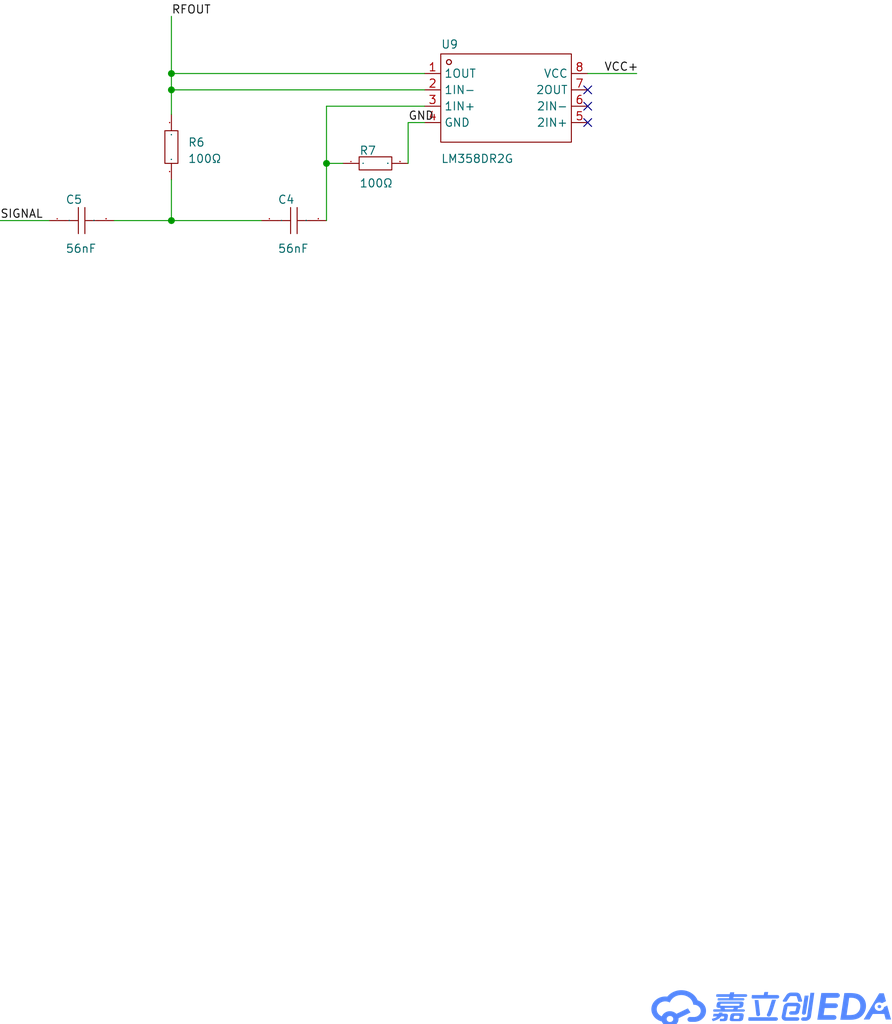
<source format=kicad_sch>
(kicad_sch
	(version 20231120)
	(generator "eeschema")
	(generator_version "8.0")
	(uuid "17d4424f-263f-4e9d-905b-6ac5b0d9b738")
	(paper "User" 138.786 159.182)
	(lib_symbols
		(symbol "Signal-blo-easyedapro:0402B563K160CT"
			(exclude_from_sim no)
			(in_bom yes)
			(on_board yes)
			(property "Reference" "C"
				(at 0 0 0)
				(effects
					(font
						(size 1.27 1.27)
					)
				)
			)
			(property "Value" "56nF"
				(at 0 0 0)
				(effects
					(font
						(size 1.27 1.27)
					)
					(hide yes)
				)
			)
			(property "Footprint" "Signal-blo-easyedapro:C0402"
				(at 0 0 0)
				(effects
					(font
						(size 1.27 1.27)
					)
					(hide yes)
				)
			)
			(property "Datasheet" "https://atta.szlcsc.com/upload/public/pdf/source/20191217/C469650_84AD5C6F618CF4AC0C6D987F2E8FE6F8.pdf"
				(at 0 0 0)
				(effects
					(font
						(size 1.27 1.27)
					)
					(hide yes)
				)
			)
			(property "Description" "容值:56nF;精度:±10%;额定电压:16V;材质(温度系数):X7R;"
				(at 0 0 0)
				(effects
					(font
						(size 1.27 1.27)
					)
					(hide yes)
				)
			)
			(property "Manufacturer Part" "0402B563K160CT"
				(at 0 0 0)
				(effects
					(font
						(size 1.27 1.27)
					)
					(hide yes)
				)
			)
			(property "Manufacturer" "Walsin(华新科)"
				(at 0 0 0)
				(effects
					(font
						(size 1.27 1.27)
					)
					(hide yes)
				)
			)
			(property "Supplier Part" "C555392"
				(at 0 0 0)
				(effects
					(font
						(size 1.27 1.27)
					)
					(hide yes)
				)
			)
			(property "Supplier" "LCSC"
				(at 0 0 0)
				(effects
					(font
						(size 1.27 1.27)
					)
					(hide yes)
				)
			)
			(property "LCSC Part Name" "56nF ±10% 16V"
				(at 0 0 0)
				(effects
					(font
						(size 1.27 1.27)
					)
					(hide yes)
				)
			)
			(symbol "0402B563K160CT_1_0"
				(polyline
					(pts
						(xy -0.508 -2.032) (xy -0.508 2.032)
					)
					(stroke
						(width 0)
						(type default)
					)
					(fill
						(type none)
					)
				)
				(polyline
					(pts
						(xy -0.508 0) (xy -2.54 0)
					)
					(stroke
						(width 0)
						(type default)
					)
					(fill
						(type none)
					)
				)
				(polyline
					(pts
						(xy 0.508 2.032) (xy 0.508 -2.032)
					)
					(stroke
						(width 0)
						(type default)
					)
					(fill
						(type none)
					)
				)
				(polyline
					(pts
						(xy 2.54 0) (xy 0.508 0)
					)
					(stroke
						(width 0)
						(type default)
					)
					(fill
						(type none)
					)
				)
				(pin unspecified line
					(at -5.08 0 0)
					(length 2.54)
					(name "1"
						(effects
							(font
								(size 0.0254 0.0254)
							)
						)
					)
					(number "1"
						(effects
							(font
								(size 0.0254 0.0254)
							)
						)
					)
				)
				(pin unspecified line
					(at 5.08 0 180)
					(length 2.54)
					(name "2"
						(effects
							(font
								(size 0.0254 0.0254)
							)
						)
					)
					(number "2"
						(effects
							(font
								(size 0.0254 0.0254)
							)
						)
					)
				)
			)
		)
		(symbol "Signal-blo-easyedapro:0805W8F1000T5E"
			(exclude_from_sim no)
			(in_bom yes)
			(on_board yes)
			(property "Reference" "R"
				(at 0 0 0)
				(effects
					(font
						(size 1.27 1.27)
					)
				)
			)
			(property "Value" "100Ω"
				(at 0 0 0)
				(effects
					(font
						(size 1.27 1.27)
					)
					(hide yes)
				)
			)
			(property "Footprint" "Signal-blo-easyedapro:R0805"
				(at 0 0 0)
				(effects
					(font
						(size 1.27 1.27)
					)
					(hide yes)
				)
			)
			(property "Datasheet" "https://atta.szlcsc.com/upload/public/pdf/source/20200306/C422600_1E6D84923E4A46A82E41ADD87F860B5C.pdf"
				(at 0 0 0)
				(effects
					(font
						(size 1.27 1.27)
					)
					(hide yes)
				)
			)
			(property "Description" "电阻类型:厚膜电阻;阻值:100Ω;精度:±1%;功率:125mW;最大工作电压:150V;温度系数:±100ppm/°C;"
				(at 0 0 0)
				(effects
					(font
						(size 1.27 1.27)
					)
					(hide yes)
				)
			)
			(property "Manufacturer Part" "0805W8F1000T5E"
				(at 0 0 0)
				(effects
					(font
						(size 1.27 1.27)
					)
					(hide yes)
				)
			)
			(property "Manufacturer" "UNI-ROYAL(厚声)"
				(at 0 0 0)
				(effects
					(font
						(size 1.27 1.27)
					)
					(hide yes)
				)
			)
			(property "Supplier Part" "C17408"
				(at 0 0 0)
				(effects
					(font
						(size 1.27 1.27)
					)
					(hide yes)
				)
			)
			(property "Supplier" "LCSC"
				(at 0 0 0)
				(effects
					(font
						(size 1.27 1.27)
					)
					(hide yes)
				)
			)
			(property "LCSC Part Name" "100Ω ±1% 125mW 厚膜电阻"
				(at 0 0 0)
				(effects
					(font
						(size 1.27 1.27)
					)
					(hide yes)
				)
			)
			(symbol "0805W8F1000T5E_1_0"
				(rectangle
					(start -2.54 -1.016)
					(end 2.54 1.016)
					(stroke
						(width 0)
						(type default)
					)
					(fill
						(type none)
					)
				)
				(pin input line
					(at -5.08 0 0)
					(length 2.54)
					(name "1"
						(effects
							(font
								(size 0.0254 0.0254)
							)
						)
					)
					(number "1"
						(effects
							(font
								(size 0.0254 0.0254)
							)
						)
					)
				)
				(pin input line
					(at 5.08 0 180)
					(length 2.54)
					(name "2"
						(effects
							(font
								(size 0.0254 0.0254)
							)
						)
					)
					(number "2"
						(effects
							(font
								(size 0.0254 0.0254)
							)
						)
					)
				)
			)
		)
		(symbol "Signal-blo-easyedapro:Drawing-Symbol_A4"
			(exclude_from_sim no)
			(in_bom yes)
			(on_board yes)
			(property "Reference" ""
				(at 0 0 0)
				(effects
					(font
						(size 1.27 1.27)
					)
				)
			)
			(property "Value" ""
				(at 0 0 0)
				(effects
					(font
						(size 1.27 1.27)
					)
				)
			)
			(property "Footprint" "Signal-blo-easyedapro:"
				(at 0 0 0)
				(effects
					(font
						(size 1.27 1.27)
					)
					(hide yes)
				)
			)
			(property "Datasheet" ""
				(at 0 0 0)
				(effects
					(font
						(size 1.27 1.27)
					)
					(hide yes)
				)
			)
			(property "Description" ""
				(at 0 0 0)
				(effects
					(font
						(size 1.27 1.27)
					)
					(hide yes)
				)
			)
			(symbol "Drawing-Symbol_A4_0_0"
				(polyline
					(pts
						(xy 146.9783 10.146) (xy 146.976 10.1327) (xy 146.973 10.1197) (xy 146.9695 10.1069) (xy 146.9653 10.0944)
						(xy 146.9605 10.082) (xy 146.9552 10.07) (xy 146.9493 10.0583) (xy 146.9428 10.0468) (xy 146.9358 10.0356)
						(xy 146.9283 10.0248) (xy 146.9203 10.0143) (xy 146.9118 10.0042) (xy 146.9029 9.9944) (xy 146.8935 9.985)
						(xy 146.8836 9.976) (xy 146.8733 9.9673) (xy 146.8627 9.9591) (xy 146.8516 9.9514) (xy 146.8402 9.9441)
						(xy 146.8284 9.9372) (xy 146.8163 9.9308) (xy 146.8038 9.9249) (xy 146.7911 9.9195) (xy 146.778 9.9146)
						(xy 146.7647 9.9102) (xy 146.7511 9.9064) (xy 146.7373 9.9031) (xy 146.7233 9.9004) (xy 146.709 9.8983)
						(xy 146.6945 9.8967) (xy 146.6799 9.8958) (xy 146.6651 9.8955) (xy 146.6547 9.8955) (xy 146.6398 9.8959)
						(xy 146.625 9.897) (xy 146.6102 9.899) (xy 146.5956 9.9016) (xy 146.5811 9.905) (xy 146.5668 9.9091)
						(xy 146.5528 9.9138) (xy 146.5391 9.9192) (xy 146.5256 9.9252) (xy 146.5125 9.9318) (xy 146.4999 9.939)
						(xy 146.4876 9.9467) (xy 146.4758 9.955) (xy 146.4646 9.9638) (xy 146.4539 9.973) (xy 146.4438 9.9828)
						(xy 146.434 9.9933) (xy 146.4249 10.0043) (xy 146.4166 10.0158) (xy 146.4089 10.0275) (xy 146.402 10.0397)
						(xy 146.3958 10.0521) (xy 146.3904 10.0648) (xy 146.3856 10.0777) (xy 146.3816 10.0907) (xy 146.3782 10.1039)
						(xy 146.3756 10.1173) (xy 146.3736 10.1306) (xy 146.3724 10.144) (xy 146.3718 10.1574) (xy 146.372 10.1707)
						(xy 146.3728 10.1839) (xy 146.7925 12.8714) (xy 147.4021 12.8714) (xy 146.9783 10.146)
					)
					(stroke
						(width -0.0001)
						(type solid)
					)
					(fill
						(type color)
						(color 85 136 255 1)
					)
				)
				(polyline
					(pts
						(xy 142.3185 12.2147) (xy 142.3164 12.209) (xy 142.2175 11.9012) (xy 142.1192 11.5812) (xy 141.9194 10.9313)
						(xy 141.8159 10.6145) (xy 141.7083 10.3119) (xy 141.5958 10.0302) (xy 141.5373 9.8992) (xy 141.4771 9.7759)
						(xy 141.4663 9.7575) (xy 141.4542 9.7399) (xy 141.4409 9.7233) (xy 141.4266 9.7077) (xy 141.4112 9.693)
						(xy 141.3948 9.6794) (xy 141.3775 9.667) (xy 141.3594 9.6556) (xy 141.3405 9.6454) (xy 141.321 9.6365)
						(xy 141.3008 9.6288) (xy 141.2801 9.6224) (xy 141.2589 9.6174) (xy 141.2373 9.6137) (xy 141.2154 9.6115)
						(xy 141.1932 9.6108) (xy 141.1838 9.6109) (xy 141.1744 9.6115) (xy 141.165 9.6123) (xy 141.1556 9.6134)
						(xy 141.1462 9.6148) (xy 141.1368 9.6164) (xy 141.1274 9.6182) (xy 141.118 9.6203) (xy 141.0867 9.6279)
						(xy 141.0732 9.6328) (xy 141.0602 9.6382) (xy 141.0476 9.6442) (xy 141.0355 9.6508) (xy 141.0239 9.6578)
						(xy 141.0127 9.6653) (xy 141.0021 9.6733) (xy 140.992 9.6817) (xy 140.9823 9.6905) (xy 140.9732 9.6998)
						(xy 140.9647 9.7094) (xy 140.9566 9.7194) (xy 140.9492 9.7297) (xy 140.9422 9.7404) (xy 140.9359 9.7514)
						(xy 140.9301 9.7626) (xy 140.9242 9.7755) (xy 140.9192 9.7886) (xy 140.9148 9.8019) (xy 140.9113 9.8153)
						(xy 140.9086 9.8289) (xy 140.9066 9.8425) (xy 140.9055 9.8561) (xy 140.9051 9.8698) (xy 140.9055 9.8835)
						(xy 140.9066 9.8972) (xy 140.9086 9.9108) (xy 140.9113 9.9243) (xy 140.9148 9.9378) (xy 140.9192 9.951)
						(xy 140.9242 9.9642) (xy 140.9301 9.9771) (xy 140.9842 10.088) (xy 141.0368 10.2068) (xy 141.1382 10.4644)
						(xy 141.2355 10.7434) (xy 141.3297 11.0373) (xy 141.5129 11.6433) (xy 141.604 11.9423) (xy 141.6963 12.2299)
						(xy 142.3226 12.2299) (xy 142.3185 12.2147)
					)
					(stroke
						(width -0.0001)
						(type solid)
					)
					(fill
						(type color)
						(color 85 136 255 1)
					)
				)
				(polyline
					(pts
						(xy 139.8445 9.9733) (xy 139.8455 9.9609) (xy 139.8459 9.9485) (xy 139.8456 9.9362) (xy 139.8447 9.9241)
						(xy 139.8432 9.912) (xy 139.841 9.9001) (xy 139.8383 9.8883) (xy 139.835 9.8766) (xy 139.8311 9.8652)
						(xy 139.8266 9.8539) (xy 139.8216 9.8428) (xy 139.816 9.8319) (xy 139.8099 9.8213) (xy 139.8033 9.8109)
						(xy 139.7962 9.8007) (xy 139.7886 9.7908) (xy 139.7806 9.7812) (xy 139.7721 9.7719) (xy 139.7631 9.763)
						(xy 139.7536 9.7543) (xy 139.7438 9.746) (xy 139.7335 9.738) (xy 139.7229 9.7304) (xy 139.7118 9.7232)
						(xy 139.7004 9.7164) (xy 139.6885 9.71) (xy 139.6764 9.704) (xy 139.6639 9.6985) (xy 139.651 9.6934)
						(xy 139.6379 9.6888) (xy 139.6244 9.6846) (xy 139.6107 9.681) (xy 139.6044 9.6791) (xy 139.5966 9.6778)
						(xy 139.5888 9.6766) (xy 139.5809 9.6756) (xy 139.5731 9.6748) (xy 139.5653 9.6742) (xy 139.5574 9.6738)
						(xy 139.5496 9.6735) (xy 139.5418 9.6734) (xy 139.5287 9.6736) (xy 139.5159 9.6744) (xy 139.5032 9.6756)
						(xy 139.4907 9.6772) (xy 139.4784 9.6794) (xy 139.4664 9.6819) (xy 139.4546 9.6849) (xy 139.443 9.6884)
						(xy 139.4316 9.6922) (xy 139.4206 9.6965) (xy 139.4098 9.7012) (xy 139.3993 9.7063) (xy 139.3891 9.7118)
						(xy 139.3792 9.7177) (xy 139.3696 9.724) (xy 139.3604 9.7306) (xy 139.3515 9.7376) (xy 139.343 9.7449)
						(xy 139.3349 9.7526) (xy 139.3271 9.7606) (xy 139.3197 9.769) (xy 139.3128 9.7776) (xy 139.3063 9.7866)
						(xy 139.3002 9.7959) (xy 139.2945 9.8055) (xy 139.2893 9.8154) (xy 139.2846 9.8255) (xy 139.2803 9.836)
						(xy 139.2765 9.8467) (xy 139.2733 9.8576) (xy 139.2705 9.8688) (xy 139.2683 9.8803) (xy 139.2683 9.8898)
						(xy 139.0011 12.1844) (xy 139.0011 12.1863) (xy 139.5919 12.1863) (xy 139.8445 9.9733)
					)
					(stroke
						(width -0.0001)
						(type solid)
					)
					(fill
						(type color)
						(color 85 136 255 1)
					)
				)
				(polyline
					(pts
						(xy 142.3562 9.5079) (xy 142.3709 9.5068) (xy 142.3853 9.505) (xy 142.3996 9.5024) (xy 142.4136 9.4992)
						(xy 142.4275 9.4953) (xy 142.4411 9.4907) (xy 142.4544 9.4855) (xy 142.4675 9.4797) (xy 142.4803 9.4733)
						(xy 142.4928 9.4662) (xy 142.5049 9.4586) (xy 142.5168 9.4505) (xy 142.5283 9.4418) (xy 142.5394 9.4326)
						(xy 142.5502 9.4229) (xy 142.5597 9.4123) (xy 142.5685 9.4014) (xy 142.5766 9.39) (xy 142.5841 9.3783)
						(xy 142.5909 9.3662) (xy 142.597 9.3538) (xy 142.6024 9.3412) (xy 142.6071 9.3282) (xy 142.611 9.315)
						(xy 142.6142 9.3016) (xy 142.6166 9.288) (xy 142.6183 9.2742) (xy 142.6192 9.2603) (xy 142.6193 9.2462)
						(xy 142.6185 9.2321) (xy 142.617 9.2179) (xy 142.6149 9.2046) (xy 142.6126 9.1915) (xy 142.6097 9.1787)
						(xy 142.6061 9.166) (xy 142.6019 9.1535) (xy 142.5971 9.1413) (xy 142.5917 9.1293) (xy 142.5858 9.1176)
						(xy 142.5793 9.1062) (xy 142.5722 9.0951) (xy 142.5647 9.0843) (xy 142.5567 9.0738) (xy 142.5482 9.0636)
						(xy 142.5392 9.0538) (xy 142.5298 9.0444) (xy 142.52 9.0353) (xy 142.5097 9.0267) (xy 142.4991 9.0184)
						(xy 142.4882 9.0106) (xy 142.4768 9.0032) (xy 142.4652 8.9963) (xy 142.4532 8.9899) (xy 142.4409 8.9839)
						(xy 142.4284 8.9784) (xy 142.4156 8.9735) (xy 142.4025 8.9691) (xy 142.3892 8.9652) (xy 142.3758 8.9618)
						(xy 142.3621 8.9591) (xy 142.3483 8.9569) (xy 142.3343 8.9554) (xy 142.3202 8.9544) (xy 142.3059 8.9541)
						(xy 138.1576 8.9541) (xy 138.1502 8.9543) (xy 138.143 8.9548) (xy 138.1358 8.9556) (xy 138.1288 8.9567)
						(xy 138.122 8.9582) (xy 138.1152 8.96) (xy 138.1087 8.962) (xy 138.1023 8.9643) (xy 138.0961 8.9669)
						(xy 138.09 8.9698) (xy 138.0842 8.9729) (xy 138.0785 8.9763) (xy 138.073 8.9799) (xy 138.0678 8.9837)
						(xy 138.0627 8.9878) (xy 138.0579 8.992) (xy 138.0533 8.9965) (xy 138.049 9.0012) (xy 138.0449 9.006)
						(xy 138.0411 9.011) (xy 138.0375 9.0162) (xy 138.0342 9.0215) (xy 138.0312 9.0269) (xy 138.0284 9.0326)
						(xy 138.026 9.0383) (xy 138.0238 9.0441) (xy 138.022 9.0501) (xy 138.0205 9.0562) (xy 138.0193 9.0623)
						(xy 138.0184 9.0686) (xy 138.0179 9.0749) (xy 138.0177 9.0812) (xy 138.0177 9.0831) (xy 138.0156 9.0831)
						(xy 138.0595 9.5083) (xy 142.3414 9.5083) (xy 142.3562 9.5079)
					)
					(stroke
						(width -0.0001)
						(type solid)
					)
					(fill
						(type color)
						(color 85 136 255 1)
					)
				)
				(polyline
					(pts
						(xy 159.4399 12.0041) (xy 158.8178 11.6928) (xy 158.7955 11.7067) (xy 158.7727 11.7197) (xy 158.7492 11.732)
						(xy 158.7252 11.7435) (xy 158.7007 11.7542) (xy 158.6757 11.764) (xy 158.6501 11.773) (xy 158.6241 11.7811)
						(xy 158.5977 11.7883) (xy 158.5708 11.7946) (xy 158.5436 11.7999) (xy 158.5159 11.8044) (xy 158.488 11.8078)
						(xy 158.4597 11.8103) (xy 158.4311 11.8119) (xy 158.4023 11.8124) (xy 158.3649 11.8115) (xy 158.3281 11.809)
						(xy 158.2917 11.8048) (xy 158.256 11.7989) (xy 158.2209 11.7916) (xy 158.1864 11.7826) (xy 158.1527 11.7723)
						(xy 158.1197 11.7604) (xy 158.0875 11.7472) (xy 158.0562 11.7326) (xy 158.0257 11.7167) (xy 157.9963 11.6995)
						(xy 157.9678 11.681) (xy 157.9403 11.6614) (xy 157.914 11.6407) (xy 157.8887 11.6188) (xy 157.8647 11.5958)
						(xy 157.8418 11.5719) (xy 157.8202 11.5469) (xy 157.8 11.521) (xy 157.781 11.4942) (xy 157.7635 11.4666)
						(xy 157.7475 11.4381) (xy 157.7329 11.4088) (xy 157.7199 11.3788) (xy 157.7085 11.3482) (xy 157.6987 11.3168)
						(xy 157.6905 11.2849) (xy 157.6842 11.2524) (xy 157.6795 11.2194) (xy 157.6767 11.1858) (xy 157.6758 11.1519)
						(xy 157.6767 11.1179) (xy 157.6795 11.0844) (xy 157.6842 11.0514) (xy 157.6905 11.0189) (xy 157.6987 10.987)
						(xy 157.7085 10.9556) (xy 157.7199 10.9249) (xy 157.7329 10.895) (xy 157.7475 10.8657) (xy 157.7635 10.8372)
						(xy 157.781 10.8096) (xy 157.8 10.7828) (xy 157.8202 10.7569) (xy 157.8418 10.7319) (xy 157.8647 10.7079)
						(xy 157.8887 10.685) (xy 157.914 10.6631) (xy 157.9403 10.6424) (xy 157.9678 10.6227) (xy 157.9963 10.6043)
						(xy 158.0257 10.5871) (xy 158.0562 10.5712) (xy 158.0875 10.5566) (xy 158.1197 10.5434) (xy 158.1527 10.5315)
						(xy 158.1864 10.5211) (xy 158.2209 10.5122) (xy 158.256 10.5048) (xy 158.2917 10.499) (xy 158.3281 10.4948)
						(xy 158.3649 10.4923) (xy 158.4023 10.4914) (xy 158.4371 10.4922) (xy 158.4715 10.4944) (xy 158.5055 10.4981)
						(xy 158.5389 10.5031) (xy 158.5718 10.5096) (xy 158.6042 10.5174) (xy 158.6359 10.5265) (xy 158.6669 10.5369)
						(xy 158.6973 10.5485) (xy 158.727 10.5613) (xy 158.7559 10.5753) (xy 158.7841 10.5904) (xy 158.8114 10.6066)
						(xy 158.8378 10.6239) (xy 158.8634 10.6422) (xy 158.888 10.6615) (xy 158.9116 10.6818) (xy 158.9342 10.703)
						(xy 158.9558 10.7251) (xy 158.9763 10.748) (xy 158.9957 10.7718) (xy 159.0139 10.7964) (xy 159.0309 10.8217)
						(xy 159.0467 10.8477) (xy 159.0613 10.8744) (xy 159.0745 10.9018) (xy 159.0864 10.9298) (xy 159.097 10.9584)
						(xy 159.1061 10.9875) (xy 159.1138 11.0172) (xy 159.12 11.0473) (xy 159.1247 11.0779) (xy 159.6257 11.3284)
						(xy 160.2249 9.1534) (xy 159.4065 9.1534) (xy 159.1685 10.0207) (xy 157.3877 10.0207) (xy 156.8783 9.1534)
						(xy 155.9701 9.1534) (xy 158.394 13.232) (xy 159.1038 13.232) (xy 159.4399 12.0041)
					)
					(stroke
						(width -0.0001)
						(type solid)
					)
					(fill
						(type color)
						(color 85 136 255 1)
					)
				)
				(polyline
					(pts
						(xy 158.4338 11.4201) (xy 158.4481 11.419) (xy 158.4622 11.4172) (xy 158.476 11.4148) (xy 158.4896 11.4118)
						(xy 158.5029 11.4082) (xy 158.516 11.4041) (xy 158.5287 11.3994) (xy 158.5412 11.3941) (xy 158.5532 11.3883)
						(xy 158.565 11.3821) (xy 158.5763 11.3753) (xy 158.5873 11.368) (xy 158.5979 11.3603) (xy 158.608 11.3522)
						(xy 158.6177 11.3436) (xy 158.6269 11.3346) (xy 158.6357 11.3252) (xy 158.6439 11.3155) (xy 158.6516 11.3053)
						(xy 158.6589 11.2949) (xy 158.6655 11.2841) (xy 158.6716 11.273) (xy 158.6771 11.2616) (xy 158.682 11.2499)
						(xy 158.6863 11.2379) (xy 158.69 11.2258) (xy 158.693 11.2133) (xy 158.6953 11.2007) (xy 158.6969 11.1878)
						(xy 158.6979 11.1748) (xy 158.6981 11.1616) (xy 158.6976 11.1485) (xy 158.6963 11.1355) (xy 158.6944 11.1227)
						(xy 158.6918 11.1101) (xy 158.6885 11.0977) (xy 158.6845 11.0856) (xy 158.68 11.0737) (xy 158.6748 11.0621)
						(xy 158.669 11.0508) (xy 158.6627 11.0398) (xy 158.6557 11.0292) (xy 158.6483 11.0189) (xy 158.6403 11.0089)
						(xy 158.6318 10.9993) (xy 158.6229 10.9901) (xy 158.6134 10.9813) (xy 158.6035 10.9729) (xy 158.5932 10.9649)
						(xy 158.5825 10.9574) (xy 158.5714 10.9504) (xy 158.5598 10.9438) (xy 158.548 10.9378) (xy 158.5358 10.9322)
						(xy 158.5232 10.9272) (xy 158.5104 10.9228) (xy 158.4972 10.9189) (xy 158.4838 10.9156) (xy 158.4701 10.9128)
						(xy 158.4562 10.9107) (xy 158.4421 10.9092) (xy 158.4278 10.9084) (xy 158.4133 10.9082) (xy 158.3988 10.9086)
						(xy 158.3845 10.9098) (xy 158.3704 10.9115) (xy 158.3565 10.9139) (xy 158.3429 10.9169) (xy 158.3296 10.9205)
						(xy 158.3166 10.9247) (xy 158.3038 10.9294) (xy 158.2914 10.9346) (xy 158.2793 10.9404) (xy 158.2676 10.9467)
						(xy 158.2562 10.9534) (xy 158.2453 10.9607) (xy 158.2347 10.9684) (xy 158.2246 10.9766) (xy 158.2149 10.9851)
						(xy 158.2057 10.9941) (xy 158.1969 11.0035) (xy 158.1887 11.0133) (xy 158.1809 11.0234) (xy 158.1737 11.0338)
						(xy 158.1671 11.0446) (xy 158.161 11.0557) (xy 158.1554 11.0672) (xy 158.1505 11.0788) (xy 158.1462 11.0908)
						(xy 158.1426 11.103) (xy 158.1396 11.1154) (xy 158.1373 11.128) (xy 158.1356 11.1409) (xy 158.1347 11.1539)
						(xy 158.1345 11.1671) (xy 158.135 11.1803) (xy 158.1362 11.1933) (xy 158.1382 11.2061) (xy 158.1408 11.2187)
						(xy 158.1441 11.231) (xy 158.148 11.2432) (xy 158.1526 11.255) (xy 158.1578 11.2666) (xy 158.1636 11.2779)
						(xy 158.1699 11.2889) (xy 158.1768 11.2995) (xy 158.1843 11.3099) (xy 158.1922 11.3198) (xy 158.2007 11.3294)
						(xy 158.2097 11.3386) (xy 158.2191 11.3474) (xy 158.229 11.3558) (xy 158.2393 11.3638) (xy 158.2501 11.3713)
						(xy 158.2612 11.3783) (xy 158.2727 11.3849) (xy 158.2846 11.3909) (xy 158.2968 11.3965) (xy 158.3093 11.4015)
						(xy 158.3222 11.4059) (xy 158.3353 11.4099) (xy 158.3488 11.4132) (xy 158.3624 11.4159) (xy 158.3763 11.418)
						(xy 158.3905 11.4195) (xy 158.4048 11.4204) (xy 158.4193 11.4206) (xy 158.4338 11.4201)
					)
					(stroke
						(width -0.0001)
						(type solid)
					)
					(fill
						(type color)
						(color 85 136 255 1)
					)
				)
				(polyline
					(pts
						(xy 147.7653 9.6354) (xy 147.7561 9.5831) (xy 147.7432 9.532) (xy 147.7269 9.4824) (xy 147.7072 9.4344)
						(xy 147.6842 9.388) (xy 147.6581 9.3433) (xy 147.6288 9.3005) (xy 147.5965 9.2597) (xy 147.5613 9.2208)
						(xy 147.5233 9.1842) (xy 147.4825 9.1497) (xy 147.4392 9.1177) (xy 147.3933 9.088) (xy 147.3449 9.0609)
						(xy 147.2942 9.0365) (xy 147.2413 9.0148) (xy 147.2236 9.0073) (xy 147.2058 9.0002) (xy 147.1878 8.9937)
						(xy 147.1696 8.9877) (xy 147.1512 8.9822) (xy 147.1326 8.9773) (xy 147.1139 8.9728) (xy 147.0949 8.9688)
						(xy 147.0757 8.9653) (xy 147.0563 8.9623) (xy 147.0366 8.9598) (xy 147.0167 8.9577) (xy 146.9966 8.9561)
						(xy 146.9761 8.955) (xy 146.9554 8.9543) (xy 146.9344 8.9541) (xy 146.519 8.9541) (xy 146.5041 8.9545)
						(xy 146.4893 8.9557) (xy 146.4745 8.9576) (xy 146.4599 8.9603) (xy 146.4454 8.9636) (xy 146.4311 8.9677)
						(xy 146.4171 8.9724) (xy 146.4034 8.9778) (xy 146.3899 8.9838) (xy 146.3768 8.9904) (xy 146.3642 8.9976)
						(xy 146.3519 9.0053) (xy 146.3401 9.0136) (xy 146.3289 9.0224) (xy 146.3182 9.0317) (xy 146.3081 9.0414)
						(xy 146.2986 9.0519) (xy 146.2898 9.0628) (xy 146.2817 9.0741) (xy 146.2742 9.0857) (xy 146.2674 9.0976)
						(xy 146.2613 9.1098) (xy 146.2559 9.1223) (xy 146.2512 9.1351) (xy 146.2473 9.1481) (xy 146.2441 9.1614)
						(xy 146.2416 9.1748) (xy 146.24 9.1885) (xy 146.2391 9.2023) (xy 146.239 9.2162) (xy 146.2397 9.2303)
						(xy 146.2413 9.2445) (xy 146.2434 9.254) (xy 146.2457 9.267) (xy 146.2486 9.2799) (xy 146.2523 9.2926)
						(xy 146.2565 9.305) (xy 146.2613 9.3173) (xy 146.2668 9.3292) (xy 146.2728 9.3409) (xy 146.2794 9.3524)
						(xy 146.2865 9.3635) (xy 146.2941 9.3743) (xy 146.3023 9.3848) (xy 146.3109 9.3949) (xy 146.32 9.4047)
						(xy 146.3295 9.4142) (xy 146.3395 9.4232) (xy 146.3499 9.4319) (xy 146.3606 9.4401) (xy 146.3717 9.448)
						(xy 146.3832 9.4553) (xy 146.3951 9.4622) (xy 146.4072 9.4687) (xy 146.4197 9.4747) (xy 146.4324 9.4801)
						(xy 146.4454 9.4851) (xy 146.4586 9.4895) (xy 146.4721 9.4934) (xy 146.4857 9.4967) (xy 146.4996 9.4995)
						(xy 146.5136 9.5016) (xy 146.5278 9.5032) (xy 146.5421 9.5042) (xy 146.5565 9.5045) (xy 146.972 9.5045)
						(xy 146.9813 9.5047) (xy 146.9903 9.5052) (xy 146.9991 9.5061) (xy 147.0077 9.5074) (xy 147.0162 9.509)
						(xy 147.0244 9.511) (xy 147.0325 9.5134) (xy 147.0404 9.5161) (xy 147.0481 9.5192) (xy 147.0557 9.5227)
						(xy 147.0632 9.5266) (xy 147.0706 9.5309) (xy 147.0779 9.5356) (xy 147.0851 9.5406) (xy 147.0923 9.5461)
						(xy 147.0993 9.5519) (xy 147.1066 9.5591) (xy 147.1135 9.5665) (xy 147.1201 9.574) (xy 147.1263 9.5816)
						(xy 147.1321 9.5894) (xy 147.1376 9.5972) (xy 147.1427 9.6052) (xy 147.1474 9.6131) (xy 147.1517 9.6212)
						(xy 147.1556 9.6292) (xy 147.1591 9.6373) (xy 147.1622 9.6453) (xy 147.1649 9.6534) (xy 147.1671 9.6614)
						(xy 147.1689 9.6693) (xy 147.1703 9.6772) (xy 147.686 13.3098) (xy 148.2893 13.3098) (xy 147.7653 9.6354)
					)
					(stroke
						(width -0.0001)
						(type solid)
					)
					(fill
						(type color)
						(color 85 136 255 1)
					)
				)
				(polyline
					(pts
						(xy 141.0303 12.9587) (xy 142.5439 12.9587) (xy 142.5599 12.9584) (xy 142.5756 12.9573) (xy 142.5911 12.9555)
						(xy 142.6063 12.9531) (xy 142.6212 12.9499) (xy 142.6358 12.946) (xy 142.6501 12.9414) (xy 142.664 12.9362)
						(xy 142.6775 12.9302) (xy 142.6906 12.9236) (xy 142.7032 12.9163) (xy 142.7154 12.9083) (xy 142.7271 12.8996)
						(xy 142.7382 12.8902) (xy 142.7489 12.8802) (xy 142.759 12.8695) (xy 142.7684 12.859) (xy 142.7772 12.8481)
						(xy 142.7852 12.8368) (xy 142.7926 12.8252) (xy 142.7992 12.8133) (xy 142.8051 12.801) (xy 142.8103 12.7884)
						(xy 142.8148 12.7756) (xy 142.8185 12.7625) (xy 142.8216 12.7491) (xy 142.8238 12.7355) (xy 142.8253 12.7217)
						(xy 142.8261 12.7076) (xy 142.826 12.6934) (xy 142.8252 12.6791) (xy 142.8237 12.6645) (xy 142.8237 12.6607)
						(xy 142.8214 12.6477) (xy 142.8185 12.6348) (xy 142.8149 12.6222) (xy 142.8107 12.6098) (xy 142.806 12.5977)
						(xy 142.8006 12.5858) (xy 142.7947 12.5742) (xy 142.7883 12.5629) (xy 142.7813 12.552) (xy 142.7738 12.5413)
						(xy 142.7657 12.531) (xy 142.7573 12.521) (xy 142.7483 12.5113) (xy 142.7389 12.5021) (xy 142.729 12.4932)
						(xy 142.7188 12.4847) (xy 142.7081 12.4766) (xy 142.697 12.469) (xy 142.6856 12.4618) (xy 142.6738 12.4551)
						(xy 142.6617 12.4488) (xy 142.6493 12.443) (xy 142.6365 12.4376) (xy 142.6235 12.4328) (xy 142.6101 12.4285)
						(xy 142.5965 12.4248) (xy 142.5827 12.4215) (xy 142.5687 12.4189) (xy 142.5544 12.4168) (xy 142.54 12.4152)
						(xy 142.5253 12.4143) (xy 142.5105 12.414) (xy 138.6733 12.414) (xy 138.6733 12.4159) (xy 138.6661 12.4163)
						(xy 138.659 12.4169) (xy 138.652 12.4179) (xy 138.6452 12.4191) (xy 138.6385 12.4207) (xy 138.6319 12.4225)
						(xy 138.6254 12.4246) (xy 138.6192 12.427) (xy 138.613 12.4296) (xy 138.6071 12.4325) (xy 138.6013 12.4356)
						(xy 138.5957 12.439) (xy 138.5903 12.4426) (xy 138.5852 12.4464) (xy 138.5802 12.4504) (xy 138.5754 12.4546)
						(xy 138.5709 12.459) (xy 138.5666 12.4636) (xy 138.5625 12.4684) (xy 138.5587 12.4733) (xy 138.5552 12.4784)
						(xy 138.5519 12.4837) (xy 138.5489 12.4891) (xy 138.5462 12.4946) (xy 138.5437 12.5003) (xy 138.5416 12.5061)
						(xy 138.5398 12.512) (xy 138.5382 12.5181) (xy 138.5371 12.5242) (xy 138.5362 12.5304) (xy 138.5357 12.5367)
						(xy 138.5355 12.5431) (xy 138.5355 12.5499) (xy 138.5356 12.5531) (xy 138.5358 12.5561) (xy 138.536 12.5591)
						(xy 138.5362 12.5606) (xy 138.5364 12.562) (xy 138.5366 12.5635) (xy 138.5369 12.5649) (xy 138.5372 12.5663)
						(xy 138.5376 12.5677) (xy 138.5772 12.9568) (xy 140.4228 12.9587) (xy 140.4917 13.325) (xy 140.4926 13.331)
						(xy 140.4938 13.3369) (xy 140.4953 13.3427) (xy 140.4971 13.3484) (xy 140.4991 13.3539) (xy 140.5014 13.3593)
						(xy 140.5039 13.3646) (xy 140.5067 13.3697) (xy 140.5097 13.3747) (xy 140.513 13.3796) (xy 140.5165 13.3843)
						(xy 140.5201 13.3888) (xy 140.524 13.3932) (xy 140.5281 13.3974) (xy 140.5324 13.4014) (xy 140.5368 13.4052)
						(xy 140.5415 13.4089) (xy 140.5463 13.4123) (xy 140.5513 13.4155) (xy 140.5564 13.4186) (xy 140.5617 13.4214)
						(xy 140.5671 13.424) (xy 140.5726 13.4264) (xy 140.5783 13.4286) (xy 140.5841 13.4305) (xy 140.59 13.4322)
						(xy 140.596 13.4336) (xy 140.6021 13.4348) (xy 140.6083 13.4358) (xy 140.6146 13.4365) (xy 140.621 13.4369)
						(xy 140.6274 13.437) (xy 141.1097 13.437) (xy 141.0303 12.9587)
					)
					(stroke
						(width -0.0001)
						(type solid)
					)
					(fill
						(type color)
						(color 85 136 255 1)
					)
				)
				(polyline
					(pts
						(xy 133.9675 10.0549) (xy 134.4623 10.0549) (xy 134.4906 10.0545) (xy 134.5177 10.0533) (xy 134.5438 10.0514)
						(xy 134.5687 10.0486) (xy 134.5926 10.0451) (xy 134.6154 10.0408) (xy 134.6372 10.0357) (xy 134.6578 10.0297)
						(xy 134.6774 10.023) (xy 134.6959 10.0155) (xy 134.7134 10.0072) (xy 134.7298 9.998) (xy 134.7451 9.9881)
						(xy 134.7593 9.9773) (xy 134.7725 9.9657) (xy 134.7846 9.9533) (xy 134.7957 9.9401) (xy 134.8057 9.9261)
						(xy 134.8147 9.9112) (xy 134.8226 9.8955) (xy 134.8294 9.8789) (xy 134.8352 9.8616) (xy 134.84 9.8433)
						(xy 134.8437 9.8243) (xy 134.8464 9.8044) (xy 134.848 9.7836) (xy 134.8486 9.762) (xy 134.8482 9.7396)
						(xy 134.8467 9.7162) (xy 134.8442 9.6921) (xy 134.8406 9.667) (xy 134.836 9.6411) (xy 134.7692 9.2881)
						(xy 134.7663 9.2625) (xy 134.7626 9.2379) (xy 134.758 9.2143) (xy 134.7527 9.1918) (xy 134.7465 9.1702)
						(xy 134.7394 9.1496) (xy 134.7315 9.1299) (xy 134.7228 9.1112) (xy 134.7131 9.0934) (xy 134.7026 9.0765)
						(xy 134.6912 9.0605) (xy 134.6788 9.0454) (xy 134.6655 9.0311) (xy 134.6513 9.0177) (xy 134.6361 9.0051)
						(xy 134.62 8.9932) (xy 134.6028 8.9822) (xy 134.5847 8.9719) (xy 134.5656 8.9624) (xy 134.5455 8.9536)
						(xy 134.5243 8.9455) (xy 134.5021 8.9381) (xy 134.4788 8.9314) (xy 134.4545 8.9254) (xy 134.4291 8.92)
						(xy 134.4026 8.9153) (xy 134.3463 8.9076) (xy 134.2856 8.9022) (xy 134.2202 8.899) (xy 133.5938 8.899)
						(xy 133.5938 9.2634) (xy 133.9822 9.2634) (xy 134.0112 9.264) (xy 134.0381 9.2657) (xy 134.063 9.2685)
						(xy 134.086 9.2723) (xy 134.107 9.2771) (xy 134.1262 9.2829) (xy 134.1438 9.2896) (xy 134.1596 9.2971)
						(xy 134.1739 9.3056) (xy 134.1867 9.3148) (xy 134.1981 9.3248) (xy 134.2082 9.3355) (xy 134.2171 9.3469)
						(xy 134.2247 9.359) (xy 134.2313 9.3717) (xy 134.2369 9.3849) (xy 134.264 9.495) (xy 134.2663 9.5039)
						(xy 134.268 9.5126) (xy 134.2692 9.521) (xy 134.2698 9.5291) (xy 134.2698 9.5369) (xy 134.2694 9.5444)
						(xy 134.2683 9.5517) (xy 134.2667 9.5587) (xy 134.2646 9.5654) (xy 134.2619 9.5718) (xy 134.2587 9.5779)
						(xy 134.2549 9.5838) (xy 134.2506 9.5893) (xy 134.2457 9.5946) (xy 134.2402 9.5996) (xy 134.2343 9.6044)
						(xy 134.2277 9.6088) (xy 134.2206 9.613) (xy 134.213 9.6168) (xy 134.2048 9.6204) (xy 134.1961 9.6237)
						(xy 134.1868 9.6267) (xy 134.1769 9.6295) (xy 134.1665 9.6319) (xy 134.1556 9.6341) (xy 134.1441 9.6359)
						(xy 134.1321 9.6375) (xy 134.1195 9.6388) (xy 134.1063 9.6398) (xy 134.0926 9.6406) (xy 134.0784 9.641)
						(xy 134.0636 9.6411) (xy 133.7964 9.6411) (xy 133.747 9.5746) (xy 133.6944 9.5116) (xy 133.6383 9.4519)
						(xy 133.5785 9.3953) (xy 133.5148 9.3416) (xy 133.4471 9.2906) (xy 133.375 9.2422) (xy 133.2984 9.1961)
						(xy 133.2172 9.1521) (xy 133.131 9.11) (xy 133.0398 9.0698) (xy 132.9432 9.031) (xy 132.8411 8.9936)
						(xy 132.7334 8.9574) (xy 132.6197 8.9221) (xy 132.4999 8.8877) (xy 132.3391 9.2521) (xy 132.4883 9.2951)
						(xy 132.6174 9.3348) (xy 132.6756 9.3541) (xy 132.7302 9.3734) (xy 132.7817 9.393) (xy 132.8305 9.4131)
						(xy 132.8772 9.4342) (xy 132.9221 9.4564) (xy 132.9658 9.48) (xy 133.0088 9.5053) (xy 133.0515 9.5327)
						(xy 133.0943 9.5624) (xy 133.1379 9.5946) (xy 133.1826 9.6297) (xy 132.5416 9.6297) (xy 132.6084 10.0435)
						(xy 133.3976 10.0435) (xy 133.3977 10.0461) (xy 133.3982 10.0495) (xy 133.3989 10.0537) (xy 133.4 10.0587)
						(xy 133.403 10.0709) (xy 133.4073 10.0857) (xy 133.4099 10.094) (xy 133.4128 10.1028) (xy 133.416 10.1122)
						(xy 133.4196 10.122) (xy 133.4235 10.1322) (xy 133.4278 10.1428) (xy 133.4323 10.1537) (xy 133.4373 10.165)
						(xy 133.4386 10.1696) (xy 133.4401 10.1741) (xy 133.4419 10.1785) (xy 133.4438 10.1828) (xy 133.446 10.187)
						(xy 133.4484 10.1912) (xy 133.451 10.1952) (xy 133.4538 10.1991) (xy 133.4568 10.2029) (xy 133.46 10.2066)
						(xy 133.4633 10.2102) (xy 133.4668 10.2137) (xy 133.4704 10.217) (xy 133.4742 10.2202) (xy 133.4781 10.2233)
						(xy 133.4822 10.2262) (xy 133.4863 10.2289) (xy 133.4906 10.2316) (xy 133.495 10.234) (xy 133.4995 10.2364)
						(xy 133.5041 10.2385) (xy 133.5087 10.2405) (xy 133.5135 10.2423) (xy 133.5183 10.244) (xy 133.5232 10.2454)
						(xy 133.5281 10.2467) (xy 133.5331 10.2478) (xy 133.5381 10.2487) (xy 133.5431 10.2494) (xy 133.5482 10.25)
						(xy 133.5533 10.2503) (xy 133.5584 10.2504) (xy 134.026 10.2504) (xy 133.9675 10.0549)
					)
					(stroke
						(width -0.0001)
						(type solid)
					)
					(fill
						(type color)
						(color 85 136 255 1)
					)
				)
				(polyline
					(pts
						(xy 153.8138 13.2729) (xy 153.9352 13.2704) (xy 154.0526 13.2662) (xy 154.1658 13.2602) (xy 154.275 13.2526)
						(xy 154.38 13.2433) (xy 154.481 13.2322) (xy 154.5778 13.2195) (xy 154.6706 13.205) (xy 154.7593 13.1888)
						(xy 154.844 13.1709) (xy 154.9245 13.1513) (xy 155.001 13.1299) (xy 155.0734 13.1069) (xy 155.1417 13.0821)
						(xy 155.206 13.0555) (xy 155.2675 13.0271) (xy 155.3276 12.9968) (xy 155.3863 12.9645) (xy 155.4435 12.9303)
						(xy 155.4993 12.894) (xy 155.5537 12.8559) (xy 155.6066 12.8158) (xy 155.658 12.7737) (xy 155.7079 12.7296)
						(xy 155.7564 12.6836) (xy 155.8034 12.6357) (xy 155.8489 12.5858) (xy 155.893 12.5339) (xy 155.9355 12.4801)
						(xy 155.9765 12.4243) (xy 156.016 12.3666) (xy 156.0536 12.3073) (xy 156.0887 12.2469) (xy 156.1215 12.1854)
						(xy 156.1518 12.1228) (xy 156.1798 12.059) (xy 156.2053 11.9941) (xy 156.2284 11.9281) (xy 156.2491 11.861)
						(xy 156.2673 11.7927) (xy 156.2832 11.7233) (xy 156.2966 11.6528) (xy 156.3076 11.5811) (xy 156.3161 11.5083)
						(xy 156.3222 11.4343) (xy 156.3259 11.3591) (xy 156.3271 11.2828) (xy 156.3258 11.2049) (xy 156.322 11.1277)
						(xy 156.3156 11.0512) (xy 156.3066 10.9754) (xy 156.2951 10.9004) (xy 156.281 10.826) (xy 156.2642 10.7524)
						(xy 156.2449 10.6795) (xy 156.2229 10.6074) (xy 156.1983 10.536) (xy 156.1711 10.4653) (xy 156.1413 10.3954)
						(xy 156.1087 10.3262) (xy 156.0735 10.2578) (xy 156.0357 10.1901) (xy 155.9952 10.1232) (xy 155.9533 10.0585)
						(xy 155.9101 9.996) (xy 155.8655 9.9357) (xy 155.8195 9.8777) (xy 155.772 9.8218) (xy 155.7232 9.7682)
						(xy 155.673 9.7169) (xy 155.6214 9.6677) (xy 155.5685 9.6208) (xy 155.5142 9.5761) (xy 155.4585 9.5336)
						(xy 155.4015 9.4933) (xy 155.3432 9.4553) (xy 155.2835 9.4195) (xy 155.2224 9.3859) (xy 155.1601 9.3545)
						(xy 155.0955 9.3252) (xy 155.0279 9.2978) (xy 154.9573 9.2722) (xy 154.8837 9.2485) (xy 154.807 9.2267)
						(xy 154.7272 9.2068) (xy 154.6444 9.1887) (xy 154.5585 9.1726) (xy 154.4696 9.1583) (xy 154.3776 9.1459)
						(xy 154.2826 9.1355) (xy 154.1845 9.1269) (xy 154.0833 9.1202) (xy 153.979 9.1154) (xy 153.8717 9.1126)
						(xy 153.7613 9.1116) (xy 152.3375 9.1116) (xy 152.4471 9.8404) (xy 153.3124 9.8404) (xy 153.5964 9.8404)
						(xy 153.7543 9.8421) (xy 153.9009 9.8471) (xy 153.9699 9.8508) (xy 154.0361 9.8552) (xy 154.0995 9.8605)
						(xy 154.16 9.8665) (xy 154.2177 9.8733) (xy 154.2726 9.8808) (xy 154.3246 9.8891) (xy 154.3738 9.8981)
						(xy 154.4201 9.9078) (xy 154.4636 9.9182) (xy 154.5043 9.9292) (xy 154.5421 9.941) (xy 154.5931 9.9592)
						(xy 154.6428 9.9791) (xy 154.6912 10.0005) (xy 154.7382 10.0236) (xy 154.784 10.0482) (xy 154.8284 10.0745)
						(xy 154.8716 10.1023) (xy 154.9134 10.1318) (xy 154.954 10.1628) (xy 154.9933 10.1955) (xy 155.0312 10.2297)
						(xy 155.0679 10.2656) (xy 155.1033 10.303) (xy 155.1374 10.3421) (xy 155.1703 10.3827) (xy 155.2018 10.425)
						(xy 155.2318 10.4683) (xy 155.2598 10.5129) (xy 155.286 10.5587) (xy 155.3101 10.6057) (xy 155.3324 10.654)
						(xy 155.3527 10.7035) (xy 155.371 10.7543) (xy 155.3874 10.8062) (xy 155.4017 10.8594) (xy 155.4141 10.9138)
						(xy 155.4245 10.9695) (xy 155.4329 11.0263) (xy 155.4392 11.0844) (xy 155.4435 11.1436) (xy 155.4458 11.2041)
						(xy 155.4461 11.2658) (xy 155.4454 11.3169) (xy 155.4433 11.3669) (xy 155.4399 11.416) (xy 155.4351 11.464)
						(xy 155.429 11.5109) (xy 155.4214 11.5569) (xy 155.4125 11.6017) (xy 155.4022 11.6456) (xy 155.3906 11.6884)
						(xy 155.3776 11.7302) (xy 155.3632 11.7709) (xy 155.3474 11.8105) (xy 155.3303 11.8491) (xy 155.3118 11.8866)
						(xy 155.2919 11.9231) (xy 155.2707 11.9585) (xy 155.2482 11.9929) (xy 155.2246 12.0262) (xy 155.1999 12.0586)
						(xy 155.1741 12.0899) (xy 155.1471 12.1202) (xy 155.119 12.1495) (xy 155.0899 12.1779) (xy 155.0596 12.2052)
						(xy 155.0282 12.2316) (xy 154.9957 12.257) (xy 154.9622 12.2815) (xy 154.9275 12.3049) (xy 154.8918 12.3275)
						(xy 154.8549 12.349) (xy 154.817 12.3697) (xy 154.778 12.3893) (xy 154.7373 12.4079) (xy 154.6949 12.4253)
						(xy 154.6509 12.4414) (xy 154.6053 12.4563) (xy 154.5581 12.47) (xy 154.5093 12.4824) (xy 154.4588 12.4937)
						(xy 154.4067 12.5037) (xy 154.3529 12.5125) (xy 154.2975 12.5202) (xy 154.2404 12.5266) (xy 154.1817 12.5319)
						(xy 154.1214 12.536) (xy 154.0594 12.5389) (xy 153.9957 12.5406) (xy 153.9304 12.5412) (xy 153.7154 12.5412)
						(xy 153.3124 9.8404) (xy 152.4471 9.8404) (xy 152.9638 13.2738) (xy 153.6882 13.2738) (xy 153.8138 13.2729)
					)
					(stroke
						(width -0.0001)
						(type solid)
					)
					(fill
						(type color)
						(color 85 136 255 1)
					)
				)
				(polyline
					(pts
						(xy 151.8718 13.2771) (xy 151.8924 13.2757) (xy 151.9126 13.2733) (xy 151.9326 13.2701) (xy 151.9521 13.2659)
						(xy 151.9714 13.261) (xy 151.9902 13.2551) (xy 152.0086 13.2485) (xy 152.0265 13.2411) (xy 152.044 13.2329)
						(xy 152.061 13.224) (xy 152.0774 13.2143) (xy 152.0934 13.204) (xy 152.1087 13.1929) (xy 152.1234 13.1812)
						(xy 152.1376 13.1689) (xy 152.151 13.156) (xy 152.1638 13.1425) (xy 152.1759 13.1284) (xy 152.1873 13.1137)
						(xy 152.1979 13.0986) (xy 152.2078 13.0829) (xy 152.2168 13.0668) (xy 152.225 13.0502) (xy 152.2324 13.0332)
						(xy 152.2389 13.0157) (xy 152.2445 12.9979) (xy 152.2492 12.9797) (xy 152.2529 12.9612) (xy 152.2557 12.9423)
						(xy 152.2574 12.9231) (xy 152.2581 12.9037) (xy 152.2576 12.8848) (xy 152.256 12.8661) (xy 152.2534 12.8477)
						(xy 152.2499 12.8296) (xy 152.2454 12.8118) (xy 152.2399 12.7943) (xy 152.2335 12.7772) (xy 152.2263 12.7605)
						(xy 152.2181 12.7442) (xy 152.2092 12.7283) (xy 152.1994 12.7129) (xy 152.1889 12.6979) (xy 152.1776 12.6835)
						(xy 152.1655 12.6696) (xy 152.1528 12.6562) (xy 152.1394 12.6434) (xy 152.1253 12.6312) (xy 152.1106 12.6197)
						(xy 152.0953 12.6087) (xy 152.0794 12.5984) (xy 152.063 12.5889) (xy 152.046 12.58) (xy 152.0286 12.5718)
						(xy 152.0106 12.5645) (xy 151.9922 12.5579) (xy 151.9734 12.5521) (xy 151.9542 12.5471) (xy 151.9346 12.543)
						(xy 151.9147 12.5397) (xy 151.8945 12.5374) (xy 151.8739 12.536) (xy 151.8531 12.5355) (xy 150.1412 12.5336)
						(xy 150.0096 11.67) (xy 151.6151 11.67) (xy 151.633 11.667) (xy 151.6505 11.6633) (xy 151.6678 11.6588)
						(xy 151.6848 11.6538) (xy 151.7014 11.648) (xy 151.7176 11.6416) (xy 151.7335 11.6346) (xy 151.749 11.627)
						(xy 151.764 11.6188) (xy 151.7787 11.61) (xy 151.7928 11.6007) (xy 151.8065 11.5909) (xy 151.8197 11.5805)
						(xy 151.8324 11.5696) (xy 151.8446 11.5583) (xy 151.8562 11.5464) (xy 151.8673 11.5341) (xy 151.8778 11.5214)
						(xy 151.8877 11.5083) (xy 151.8969 11.4948) (xy 151.9056 11.4809) (xy 151.9136 11.4666) (xy 151.9209 11.452)
						(xy 151.9275 11.437) (xy 151.9334 11.4218) (xy 151.9386 11.4062) (xy 151.943 11.3904) (xy 151.9467 11.3742)
						(xy 151.9495 11.3579) (xy 151.9516 11.3413) (xy 151.9529 11.3245) (xy 151.9533 11.3075) (xy 151.9528 11.2886)
						(xy 151.9512 11.2699) (xy 151.9486 11.2515) (xy 151.9451 11.2334) (xy 151.9405 11.2156) (xy 151.9351 11.1981)
						(xy 151.9287 11.181) (xy 151.9214 11.1643) (xy 151.9133 11.148) (xy 151.9044 11.1321) (xy 151.8946 11.1167)
						(xy 151.8841 11.1018) (xy 151.8728 11.0873) (xy 151.8607 11.0734) (xy 151.848 11.0601) (xy 151.8346 11.0473)
						(xy 151.8205 11.0351) (xy 151.8058 11.0235) (xy 151.7905 11.0126) (xy 151.7746 11.0023) (xy 151.7582 10.9927)
						(xy 151.7412 10.9838) (xy 151.7238 10.9757) (xy 151.7058 10.9683) (xy 151.6874 10.9617) (xy 151.6686 10.9559)
						(xy 151.6494 10.9509) (xy 151.6298 10.9468) (xy 151.6099 10.9436) (xy 151.5897 10.9412) (xy 151.5691 10.9398)
						(xy 151.5483 10.9393) (xy 149.899 10.9412) (xy 149.7299 9.8385) (xy 151.3312 9.8404) (xy 151.3516 9.84)
						(xy 151.3718 9.8386) (xy 151.3917 9.8363) (xy 151.4112 9.8331) (xy 151.4305 9.8291) (xy 151.4494 9.8242)
						(xy 151.4679 9.8185) (xy 151.486 9.8121) (xy 151.5036 9.8048) (xy 151.5208 9.7969) (xy 151.5375 9.7882)
						(xy 151.5537 9.7788) (xy 151.5693 9.7687) (xy 151.5844 9.758) (xy 151.5989 9.7466) (xy 151.6127 9.7346)
						(xy 151.626 9.722) (xy 151.6385 9.7089) (xy 151.6504 9.6952) (xy 151.6616 9.681) (xy 151.672 9.6663)
						(xy 151.6816 9.6511) (xy 151.6904 9.6355) (xy 151.6984 9.6194) (xy 151.7056 9.6029) (xy 151.7119 9.5861)
						(xy 151.7173 9.5688) (xy 151.7218 9.5513) (xy 151.7253 9.5333) (xy 151.7279 9.5151) (xy 151.7294 9.4967)
						(xy 151.7299 9.4779) (xy 151.7294 9.4595) (xy 151.7279 9.4414) (xy 151.7254 9.4235) (xy 151.722 9.4058)
						(xy 151.7176 9.3885) (xy 151.7123 9.3715) (xy 151.7061 9.3548) (xy 151.6991 9.3385) (xy 151.6913 9.3226)
						(xy 151.6826 9.3071) (xy 151.6732 9.2921) (xy 151.663 9.2775) (xy 151.6521 9.2634) (xy 151.6404 9.2497)
						(xy 151.6281 9.2366) (xy 151.6151 9.2241) (xy 151.6015 9.2121) (xy 151.5872 9.2007) (xy 151.5724 9.1899)
						(xy 151.557 9.1797) (xy 151.5411 9.1702) (xy 151.5247 9.1614) (xy 151.5077 9.1533) (xy 151.4904 9.1459)
						(xy 151.4725 9.1392) (xy 151.4543 9.1334) (xy 151.4356 9.1283) (xy 151.4166 9.124) (xy 151.3973 9.1205)
						(xy 151.3776 9.1179) (xy 151.3577 9.1162) (xy 151.3374 9.1154) (xy 148.7549 9.1154) (xy 149.3812 13.2776)
						(xy 151.851 13.2776) (xy 151.8718 13.2771)
					)
					(stroke
						(width -0.0001)
						(type solid)
					)
					(fill
						(type color)
						(color 85 136 255 1)
					)
				)
				(polyline
					(pts
						(xy 135.7734 13.0916) (xy 137.619 13.0916) (xy 137.6314 13.0913) (xy 137.6437 13.0903) (xy 137.6558 13.0887)
						(xy 137.6676 13.0866) (xy 137.6793 13.0839) (xy 137.6907 13.0805) (xy 137.7018 13.0767) (xy 137.7127 13.0723)
						(xy 137.7232 13.0674) (xy 137.7335 13.062) (xy 137.7434 13.0561) (xy 137.753 13.0497) (xy 137.7622 13.0429)
						(xy 137.7711 13.0357) (xy 137.7795 13.028) (xy 137.7876 13.0199) (xy 137.7952 13.0115) (xy 137.8023 13.0026)
						(xy 137.8091 12.9934) (xy 137.8153 12.9839) (xy 137.821 12.974) (xy 137.8262 12.9639) (xy 137.8309 12.9534)
						(xy 137.8351 12.9427) (xy 137.8386 12.9316) (xy 137.8416 12.9204) (xy 137.8441 12.9089) (xy 137.8458 12.8972)
						(xy 137.847 12.8853) (xy 137.8475 12.8733) (xy 137.8474 12.861) (xy 137.8465 12.8486) (xy 137.8451 12.8396)
						(xy 137.8433 12.8308) (xy 137.8409 12.8221) (xy 137.8381 12.8135) (xy 137.8349 12.8051) (xy 137.8313 12.7969)
						(xy 137.8272 12.7889) (xy 137.8227 12.7811) (xy 137.8179 12.7735) (xy 137.8126 12.7661) (xy 137.807 12.759)
						(xy 137.801 12.7521) (xy 137.7946 12.7454) (xy 137.7879 12.739) (xy 137.7808 12.7328) (xy 137.7735 12.7269)
						(xy 137.7658 12.7213) (xy 137.7578 12.716) (xy 137.7495 12.711) (xy 137.7409 12.7064) (xy 137.732 12.702)
						(xy 137.7229 12.698) (xy 137.7135 12.6943) (xy 137.7039 12.6909) (xy 137.694 12.6879) (xy 137.6839 12.6853)
						(xy 137.6735 12.6831) (xy 137.663 12.6812) (xy 137.6523 12.6797) (xy 137.6414 12.6787) (xy 137.6303 12.678)
						(xy 137.619 12.6778) (xy 135.7192 12.6778) (xy 135.6795 12.471) (xy 137.2181 12.471) (xy 137.2294 12.4707)
						(xy 137.2405 12.4698) (xy 137.2514 12.4685) (xy 137.262 12.4666) (xy 137.2724 12.4642) (xy 137.2826 12.4613)
						(xy 137.2925 12.4579) (xy 137.3021 12.4541) (xy 137.3114 12.4498) (xy 137.3204 12.4451) (xy 137.3291 12.44)
						(xy 137.3374 12.4345) (xy 137.3454 12.4286) (xy 137.3529 12.4224) (xy 137.3601 12.4158) (xy 137.3669 12.4088)
						(xy 137.3732 12.4015) (xy 137.3791 12.3939) (xy 137.3846 12.3861) (xy 137.3895 12.3779) (xy 137.394 12.3695)
						(xy 137.3979 12.3608) (xy 137.4014 12.352) (xy 137.4043 12.3428) (xy 137.4066 12.3335) (xy 137.4084 12.324)
						(xy 137.4095 12.3144) (xy 137.4101 12.3046) (xy 137.4101 12.2946) (xy 137.4094 12.2845) (xy 137.408 12.2744)
						(xy 137.406 12.2641) (xy 137.4047 12.2561) (xy 137.4029 12.2484) (xy 137.4007 12.2407) (xy 137.3982 12.2333)
						(xy 137.3953 12.226) (xy 137.3921 12.2189) (xy 137.3885 12.212) (xy 137.3846 12.2052) (xy 137.3804 12.1987)
						(xy 137.3758 12.1923) (xy 137.371 12.1862) (xy 137.3658 12.1803) (xy 137.3604 12.1746) (xy 137.3548 12.1692)
						(xy 137.3488 12.164) (xy 137.3426 12.159) (xy 137.3362 12.1543) (xy 137.3295 12.1498) (xy 137.3227 12.1456)
						(xy 137.3156 12.1417) (xy 137.3083 12.138) (xy 137.3008 12.1346) (xy 137.2932 12.1316) (xy 137.2854 12.1288)
						(xy 137.2774 12.1263) (xy 137.2693 12.1241) (xy 137.261 12.1223) (xy 137.2527 12.1207) (xy 137.2442 12.1195)
						(xy 137.2356 12.1186) (xy 137.2269 12.1181) (xy 137.2181 12.1179) (xy 133.3663 12.1179) (xy 133.3589 12.1181)
						(xy 133.3517 12.1186) (xy 133.3447 12.1195) (xy 133.3378 12.1207) (xy 133.3311 12.1222) (xy 133.3246 12.124)
						(xy 133.3183 12.1261) (xy 133.3121 12.1286) (xy 133.3062 12.1313) (xy 133.3005 12.1342) (xy 133.295 12.1375)
						(xy 133.2898 12.141) (xy 133.2848 12.1447) (xy 133.28 12.1487) (xy 133.2755 12.1529) (xy 133.2713 12.1573)
						(xy 133.2673 12.162) (xy 133.2636 12.1668) (xy 133.2602 12.1718) (xy 133.2571 12.1771) (xy 133.2543 12.1825)
						(xy 133.2517 12.188) (xy 133.2495 12.1937) (xy 133.2477 12.1996) (xy 133.2461 12.2056) (xy 133.2449 12.2118)
						(xy 133.2441 12.218) (xy 133.2435 12.2244) (xy 133.2434 12.2309) (xy 133.2436 12.2374) (xy 133.2442 12.2441)
						(xy 133.2452 12.2508) (xy 133.2849 12.4691) (xy 135.0239 12.4691) (xy 135.0636 12.6759) (xy 133.1512 12.6759)
						(xy 133.1438 12.6765) (xy 133.1365 12.6774) (xy 133.1293 12.6788) (xy 133.1222 12.6805) (xy 133.1152 12.6825)
						(xy 133.1084 12.6849) (xy 133.1017 12.6876) (xy 133.0952 12.6906) (xy 133.0888 12.6939) (xy 133.0826 12.6975)
						(xy 133.0767 12.7013) (xy 133.0709 12.7054) (xy 133.0654 12.7097) (xy 133.0601 12.7142) (xy 133.055 12.719)
						(xy 133.0503 12.7239) (xy 133.0457 12.7289) (xy 133.0415 12.7341) (xy 133.0376 12.7395) (xy 133.034 12.745)
						(xy 133.0307 12.7505) (xy 133.0278 12.7562) (xy 133.0252 12.7619) (xy 133.0229 12.7677) (xy 133.0211 12.7736)
						(xy 133.0196 12.7795) (xy 133.0186 12.7854) (xy 133.0179 12.7912) (xy 133.0177 12.7971) (xy 133.0179 12.803)
						(xy 133.0186 12.8088) (xy 133.0197 12.8145) (xy 133.074 13.0935) (xy 135.1325 13.0935) (xy 135.1596 13.2871)
						(xy 135.1609 13.2927) (xy 135.1625 13.2982) (xy 135.1642 13.3035) (xy 135.1662 13.3087) (xy 135.1684 13.3137)
						(xy 135.1708 13.3186) (xy 135.1734 13.3233) (xy 135.1762 13.3278) (xy 135.1792 13.3322) (xy 135.1823 13.3364)
						(xy 135.1857 13.3405) (xy 135.1891 13.3444) (xy 135.1928 13.3481) (xy 135.1966 13.3517) (xy 135.2005 13.355)
						(xy 135.2045 13.3582) (xy 135.2087 13.3613) (xy 135.213 13.3641) (xy 135.2174 13.3668) (xy 135.2219 13.3692)
						(xy 135.2264 13.3715) (xy 135.2311 13.3736) (xy 135.2359 13.3756) (xy 135.2407 13.3773) (xy 135.2455 13.3788)
						(xy 135.2505 13.3801) (xy 135.2554 13.3813) (xy 135.2605 13.3822) (xy 135.2655 13.3829) (xy 135.2706 13.3834)
						(xy 135.2756 13.3838) (xy 135.2807 13.3839) (xy 135.8277 13.3839) (xy 135.7734 13.0916)
					)
					(stroke
						(width -0.0001)
						(type solid)
					)
					(fill
						(type color)
						(color 85 136 255 1)
					)
				)
				(polyline
					(pts
						(xy 136.9497 10.1266) (xy 136.9747 10.1255) (xy 136.9988 10.1235) (xy 137.0219 10.1208) (xy 137.044 10.1173)
						(xy 137.0652 10.113) (xy 137.0855 10.1079) (xy 137.1049 10.1021) (xy 137.1233 10.0954) (xy 137.1408 10.088)
						(xy 137.1574 10.0798) (xy 137.173 10.0709) (xy 137.1878 10.0611) (xy 137.2016 10.0506) (xy 137.2145 10.0392)
						(xy 137.2265 10.0271) (xy 137.2376 10.0142) (xy 137.2478 10.0006) (xy 137.2571 9.9861) (xy 137.2655 9.9709)
						(xy 137.273 9.9548) (xy 137.2796 9.938) (xy 137.2853 9.9204) (xy 137.2902 9.902) (xy 137.2941 9.8828)
						(xy 137.2972 9.8629) (xy 137.2994 9.8421) (xy 137.3008 9.8206) (xy 137.3008 9.7751) (xy 137.2975 9.7265)
						(xy 137.2181 9.2881) (xy 137.2067 9.2398) (xy 137.1927 9.195) (xy 137.1759 9.1538) (xy 137.1665 9.1345)
						(xy 137.1564 9.116) (xy 137.1456 9.0984) (xy 137.134 9.0816) (xy 137.1217 9.0656) (xy 137.1086 9.0504)
						(xy 137.0948 9.036) (xy 137.0802 9.0224) (xy 137.0647 9.0096) (xy 137.0485 8.9975) (xy 137.0315 8.9862)
						(xy 137.0136 8.9756) (xy 136.9949 8.9657) (xy 136.9753 8.9566) (xy 136.9548 8.9482) (xy 136.9335 8.9404)
						(xy 136.8881 8.927) (xy 136.8391 8.9162) (xy 136.7863 8.9081) (xy 136.7297 8.9024) (xy 136.6691 8.899)
						(xy 135.5333 8.899) (xy 135.4732 8.9003) (xy 135.445 8.9019) (xy 135.418 8.9042) (xy 135.3923 8.9071)
						(xy 135.3677 8.9107) (xy 135.3444 8.915) (xy 135.3224 8.92) (xy 135.3015 8.9256) (xy 135.2818 8.932)
						(xy 135.2633 8.939) (xy 135.2461 8.9468) (xy 135.23 8.9553) (xy 135.2151 8.9645) (xy 135.2014 8.9745)
						(xy 135.1889 8.9852) (xy 135.1775 8.9966) (xy 135.1673 9.0088) (xy 135.1583 9.0218) (xy 135.1505 9.0356)
						(xy 135.1438 9.0501) (xy 135.1382 9.0654) (xy 135.1338 9.0815) (xy 135.1305 9.0984) (xy 135.1284 9.1161)
						(xy 135.1274 9.1347) (xy 135.1276 9.154) (xy 135.1288 9.1742) (xy 135.1312 9.1953) (xy 135.1347 9.2171)
						(xy 135.1393 9.2399) (xy 135.145 9.2634) (xy 135.1593 9.3488) (xy 135.7225 9.3488) (xy 135.7227 9.3415)
						(xy 135.7236 9.3345) (xy 135.725 9.3278) (xy 135.7269 9.3214) (xy 135.7295 9.3153) (xy 135.7326 9.3094)
						(xy 135.7363 9.3039) (xy 135.7406 9.2986) (xy 135.7454 9.2936) (xy 135.7507 9.2888) (xy 135.7566 9.2844)
						(xy 135.7631 9.2802) (xy 135.77 9.2764) (xy 135.7775 9.2728) (xy 135.7856 9.2695) (xy 135.7941 9.2665)
						(xy 135.8032 9.2637) (xy 135.8127 9.2613) (xy 135.8334 9.2573) (xy 135.856 9.2544) (xy 135.8806 9.2526)
						(xy 135.907 9.2521) (xy 136.429 9.2521) (xy 136.439 9.2522) (xy 136.4488 9.2528) (xy 136.4584 9.2537)
						(xy 136.4677 9.2549) (xy 136.4768 9.2565) (xy 136.4856 9.2584) (xy 136.4941 9.2607) (xy 136.5024 9.2633)
						(xy 136.5104 9.2662) (xy 136.5181 9.2695) (xy 136.5256 9.2731) (xy 136.5328 9.2771) (xy 136.5398 9.2814)
						(xy 136.5464 9.286) (xy 136.5528 9.2909) (xy 136.5589 9.2962) (xy 136.5648 9.3018) (xy 136.5703 9.3077)
						(xy 136.5756 9.3139) (xy 136.5805 9.3205) (xy 136.5852 9.3273) (xy 136.5896 9.3345) (xy 136.5937 9.342)
						(xy 136.5975 9.3497) (xy 136.601 9.3578) (xy 136.6042 9.3662) (xy 136.6071 9.3749) (xy 136.6097 9.3839)
						(xy 136.6139 9.4028) (xy 136.6169 9.4229) (xy 136.644 9.5937) (xy 136.6461 9.6026) (xy 136.6478 9.6113)
						(xy 136.6491 9.6196) (xy 136.6499 9.6277) (xy 136.6502 9.6355) (xy 136.6502 9.643) (xy 136.6497 9.6502)
						(xy 136.6489 9.6571) (xy 136.6476 9.6637) (xy 136.646 9.6701) (xy 136.6439 9.6762) (xy 136.6415 9.682)
						(xy 136.6387 9.6875) (xy 136.6355 9.6927) (xy 136.632 9.6977) (xy 136.6281 9.7023) (xy 136.6239 9.7067)
						(xy 136.6193 9.7109) (xy 136.6144 9.7147) (xy 136.6091 9.7183) (xy 136.6036 9.7216) (xy 136.5977 9.7246)
						(xy 136.5915 9.7273) (xy 136.585 9.7298) (xy 136.5782 9.732) (xy 136.5711 9.7339) (xy 136.5638 9.7356)
						(xy 136.5561 9.737) (xy 136.5482 9.7381) (xy 136.54 9.7389) (xy 136.5316 9.7395) (xy 136.5229 9.7398)
						(xy 135.9739 9.7398) (xy 135.9628 9.7397) (xy 135.952 9.7391) (xy 135.9414 9.7382) (xy 135.9311 9.737)
						(xy 135.9209 9.7354) (xy 135.9111 9.7335) (xy 135.9015 9.7312) (xy 135.8921 9.7286) (xy 135.8831 9.7257)
						(xy 135.8743 9.7224) (xy 135.8657 9.7188) (xy 135.8575 9.7148) (xy 135.8495 9.7105) (xy 135.8419 9.7059)
						(xy 135.8345 9.701) (xy 135.8275 9.6957) (xy 135.8207 9.6901) (xy 135.8143 9.6842) (xy 135.8082 9.678)
						(xy 135.8024 9.6714) (xy 135.797 9.6646) (xy 135.7919 9.6574) (xy 135.7871 9.6499) (xy 135.7827 9.6421)
						(xy 135.7787 9.6341) (xy 135.775 9.6257) (xy 135.7717 9.617) (xy 135.7688 9.608) (xy 135.7662 9.5987)
						(xy 135.7641 9.5891) (xy 135.7623 9.5792) (xy 135.7609 9.569) (xy 135.7338 9.3982) (xy 135.7304 9.3893)
						(xy 135.7276 9.3806) (xy 135.7254 9.3722) (xy 135.7238 9.3641) (xy 135.7229 9.3563) (xy 135.7225 9.3488)
						(xy 135.1593 9.3488) (xy 135.2244 9.7379) (xy 135.2334 9.7845) (xy 135.2391 9.8067) (xy 135.2456 9.8282)
						(xy 135.2529 9.849) (xy 135.261 9.869) (xy 135.2698 9.8883) (xy 135.2795 9.9068) (xy 135.2899 9.9246)
						(xy 135.3012 9.9417) (xy 135.3132 9.958) (xy 135.326 9.9736) (xy 135.3396 9.9885) (xy 135.354 10.0026)
						(xy 135.3692 10.0159) (xy 135.3851 10.0286) (xy 135.4018 10.0404) (xy 135.4194 10.0515) (xy 135.4377 10.0619)
						(xy 135.4567 10.0715) (xy 135.4766 10.0803) (xy 135.4972 10.0884) (xy 135.5187 10.0957) (xy 135.5408 10.1022)
						(xy 135.5638 10.108) (xy 135.5876 10.1131) (xy 135.6121 10.1173) (xy 135.6374 10.1208) (xy 135.6903 10.1255)
						(xy 135.7463 10.127) (xy 136.9238 10.127) (xy 136.9497 10.1266)
					)
					(stroke
						(width -0.0001)
						(type solid)
					)
					(fill
						(type color)
						(color 85 136 255 1)
					)
				)
				(polyline
					(pts
						(xy 145.4432 13.3436) (xy 145.4792 13.3423) (xy 145.5142 13.3402) (xy 145.5481 13.3373) (xy 145.581 13.3336)
						(xy 145.6128 13.329) (xy 145.6438 13.3236) (xy 145.6737 13.3174) (xy 145.7027 13.3105) (xy 145.7307 13.3027)
						(xy 145.7578 13.2941) (xy 145.784 13.2848) (xy 145.8094 13.2746) (xy 145.8338 13.2637) (xy 145.8574 13.2521)
						(xy 145.8801 13.2396) (xy 145.8906 13.232) (xy 145.9095 13.218) (xy 145.928 13.2029) (xy 145.9461 13.1867)
						(xy 145.9637 13.1695) (xy 145.9809 13.1514) (xy 145.9976 13.1322) (xy 146.0139 13.112) (xy 146.0296 13.0909)
						(xy 146.045 13.0688) (xy 146.0598 13.0457) (xy 146.0742 13.0218) (xy 146.0881 12.9969) (xy 146.1016 12.9711)
						(xy 146.1145 12.9444) (xy 146.127 12.9169) (xy 146.139 12.8885) (xy 146.1411 12.8847) (xy 146.3937 12.0876)
						(xy 146.3916 12.0876) (xy 146.3931 12.0833) (xy 146.3943 12.079) (xy 146.3954 12.0747) (xy 146.3963 12.0703)
						(xy 146.397 12.0658) (xy 146.3975 12.0612) (xy 146.3978 12.0564) (xy 146.3979 12.0515) (xy 146.3977 12.045)
						(xy 146.3971 12.0385) (xy 146.3963 12.0322) (xy 146.395 12.026) (xy 146.3935 12.0199) (xy 146.3916 12.0139)
						(xy 146.3894 12.008) (xy 146.3869 12.0023) (xy 146.3841 11.9968) (xy 146.381 11.9913) (xy 146.3777 11.9861)
						(xy 146.3741 11.981) (xy 146.3702 11.9761) (xy 146.3661 11.9714) (xy 146.3617 11.9669) (xy 146.3572 11.9625)
						(xy 146.3524 11.9584) (xy 146.3473 11.9545) (xy 146.3421 11.9508) (xy 146.3367 11.9474) (xy 146.3311 11.9441)
						(xy 146.3253 11.9412) (xy 146.3194 11.9384) (xy 146.3133 11.9359) (xy 146.3071 11.9337) (xy 146.3007 11.9318)
						(xy 146.2942 11.9301) (xy 146.2876 11.9288) (xy 146.2808 11.9277) (xy 146.274 11.9269) (xy 146.2671 11.9264)
						(xy 146.2601 11.9262) (xy 146.2577 11.9263) (xy 146.2554 11.9263) (xy 146.2542 11.9264) (xy 146.253 11.9264)
						(xy 146.2519 11.9266) (xy 146.2507 11.9267) (xy 146.2495 11.9269) (xy 146.2483 11.9272) (xy 146.2472 11.9275)
						(xy 146.246 11.9279) (xy 146.2448 11.9283) (xy 146.2436 11.9288) (xy 146.2425 11.9294) (xy 146.2413 11.93)
						(xy 146.2413 11.9281) (xy 145.8008 11.9281) (xy 145.5607 12.6873) (xy 145.5582 12.694) (xy 145.5554 12.7006)
						(xy 145.5524 12.7072) (xy 145.5491 12.7135) (xy 145.5455 12.7198) (xy 145.5417 12.7259) (xy 145.5377 12.7318)
						(xy 145.5335 12.7376) (xy 145.5291 12.7432) (xy 145.5246 12.7486) (xy 145.5198 12.7538) (xy 145.5149 12.7588)
						(xy 145.5098 12.7636) (xy 145.5046 12.7682) (xy 145.4993 12.7725) (xy 145.4939 12.7765) (xy 145.4897 12.7789)
						(xy 145.485 12.7812) (xy 145.4798 12.7834) (xy 145.4741 12.7854) (xy 145.4679 12.7873) (xy 145.4613 12.789)
						(xy 145.4542 12.7905) (xy 145.4466 12.7919) (xy 145.4387 12.7932) (xy 145.4304 12.7943) (xy 145.4216 12.7952)
						(xy 145.4126 12.796) (xy 145.4031 12.7966) (xy 145.3933 12.797) (xy 145.3728 12.7974) (xy 144.6922 12.7974)
						(xy 144.6806 12.7973) (xy 144.6692 12.797) (xy 144.6581 12.7964) (xy 144.6473 12.7956) (xy 144.6368 12.7946)
						(xy 144.6266 12.7934) (xy 144.6167 12.792) (xy 144.6071 12.7903) (xy 144.5979 12.7884) (xy 144.589 12.7863)
						(xy 144.5805 12.7839) (xy 144.5724 12.7814) (xy 144.5647 12.7786) (xy 144.5574 12.7756) (xy 144.5504 12.7724)
						(xy 144.544 12.7689) (xy 144.5358 12.7641) (xy 144.5277 12.759) (xy 144.5198 12.7535) (xy 144.512 12.7477)
						(xy 144.5043 12.7416) (xy 144.4967 12.7353) (xy 144.4893 12.7286) (xy 144.4821 12.7217) (xy 144.4751 12.7146)
						(xy 144.4682 12.7072) (xy 144.4615 12.6996) (xy 144.455 12.6918) (xy 144.4487 12.6838) (xy 144.4427 12.6756)
						(xy 144.4368 12.6673) (xy 144.4312 12.6589) (xy 144.4291 12.6551) (xy 144.3412 12.5227) (xy 144.2472 12.3794)
						(xy 144.0638 12.0952) (xy 144.0533 12.08) (xy 144.0004 12.0031) (xy 143.9744 11.9647) (xy 143.949 11.9262)
						(xy 143.5126 11.9262) (xy 143.5054 11.9264) (xy 143.4983 11.9269) (xy 143.4914 11.9277) (xy 143.4845 11.9288)
						(xy 143.4778 11.9302) (xy 143.4712 11.932) (xy 143.4648 11.9339) (xy 143.4585 11.9362) (xy 143.4524 11.9387)
						(xy 143.4464 11.9415) (xy 143.4407 11.9446) (xy 143.4351 11.9479) (xy 143.4297 11.9514) (xy 143.4245 11.9551)
						(xy 143.4195 11.9591) (xy 143.4148 11.9633) (xy 143.4102 11.9676) (xy 143.4059 11.9722) (xy 143.4019 11.9769)
						(xy 143.3981 11.9819) (xy 143.3945 11.9869) (xy 143.3912 11.9922) (xy 143.3882 11.9976) (xy 143.3855 12.0031)
						(xy 143.3831 12.0088) (xy 143.3809 12.0146) (xy 143.3791 12.0205) (xy 143.3776 12.0265) (xy 143.3764 12.0326)
						(xy 143.3755 12.0388) (xy 143.375 12.0451) (xy 143.3748 12.0515) (xy 143.3749 12.0554) (xy 143.3751 12.0593)
						(xy 143.3755 12.0631) (xy 143.376 12.0668) (xy 143.3766 12.0705) (xy 143.3774 12.0742) (xy 143.3783 12.0778)
						(xy 143.3793 12.0814) (xy 143.3804 12.0849) (xy 143.3817 12.0884) (xy 143.383 12.0919) (xy 143.3845 12.0953)
						(xy 143.3861 12.0986) (xy 143.3878 12.102) (xy 143.3896 12.1052) (xy 143.3915 12.1085) (xy 143.3895 12.1103)
						(xy 143.9197 12.9151) (xy 143.9364 12.9407) (xy 143.9537 12.9656) (xy 143.9715 12.9898) (xy 143.9898 13.0133)
						(xy 144.0086 13.036) (xy 144.028 13.058) (xy 144.0478 13.0793) (xy 144.0682 13.0999) (xy 144.0891 13.1197)
						(xy 144.1105 13.1388) (xy 144.1325 13.1572) (xy 144.1549 13.1748) (xy 144.1778 13.1916) (xy 144.2013 13.2077)
						(xy 144.2252 13.2231) (xy 144.2496 13.2377) (xy 144.2731 13.2505) (xy 144.2975 13.2624) (xy 144.3228 13.2736)
						(xy 144.3489 13.284) (xy 144.3759 13.2935) (xy 144.4037 13.3022) (xy 144.4323 13.3101) (xy 144.4618 13.3172)
						(xy 144.492 13.3235) (xy 144.5231 13.3289) (xy 144.5549 13.3335) (xy 144.5875 13.3373) (xy 144.6209 13.3402)
						(xy 144.6551 13.3423) (xy 144.69 13.3436) (xy 144.7256 13.344) (xy 145.4062 13.344) (xy 145.4432 13.3436)
					)
					(stroke
						(width -0.0001)
						(type solid)
					)
					(fill
						(type color)
						(color 85 136 255 1)
					)
				)
				(polyline
					(pts
						(xy 136.9125 11.9525) (xy 136.9398 11.9514) (xy 136.966 11.9496) (xy 136.9911 11.9471) (xy 137.0151 11.9439)
						(xy 137.0381 11.94) (xy 137.0599 11.9354) (xy 137.0807 11.93) (xy 137.1004 11.924) (xy 137.1191 11.9172)
						(xy 137.1367 11.9098) (xy 137.1532 11.9016) (xy 137.1687 11.8927) (xy 137.1832 11.8831) (xy 137.1966 11.8728)
						(xy 137.209 11.8617) (xy 137.2204 11.85) (xy 137.2307 11.8375) (xy 137.2401 11.8244) (xy 137.2485 11.8105)
						(xy 137.2558 11.7959) (xy 137.2622 11.7806) (xy 137.2675 11.7646) (xy 137.2719 11.7478) (xy 137.2753 11.7304)
						(xy 137.2778 11.7123) (xy 137.2793 11.6934) (xy 137.2798 11.6738) (xy 137.2794 11.6535) (xy 137.278 11.6325)
						(xy 137.2757 11.6108) (xy 137.2724 11.5884) (xy 137.2328 11.3569) (xy 137.2234 11.3103) (xy 137.2174 11.2881)
						(xy 137.2104 11.2666) (xy 137.2024 11.2458) (xy 137.1936 11.2258) (xy 137.1838 11.2065) (xy 137.1731 11.188)
						(xy 137.1614 11.1702) (xy 137.1488 11.1531) (xy 137.1354 11.1368) (xy 137.121 11.1212) (xy 137.1057 11.1063)
						(xy 137.0894 11.0922) (xy 137.0723 11.0789) (xy 137.0542 11.0662) (xy 137.0353 11.0544) (xy 137.0155 11.0433)
						(xy 136.9947 11.0329) (xy 136.973 11.0233) (xy 136.9505 11.0145) (xy 136.9271 11.0064) (xy 136.8775 10.9926)
						(xy 136.8244 10.9817) (xy 136.7678 10.974) (xy 136.7076 10.9693) (xy 136.644 10.9678) (xy 136.4436 10.9678)
						(xy 136.4406 10.9585) (xy 136.437 10.9492) (xy 136.4329 10.9399) (xy 136.4283 10.9304) (xy 136.4233 10.9208)
						(xy 136.4179 10.9111) (xy 136.406 10.8909) (xy 136.379 10.8472) (xy 136.3645 10.823) (xy 136.3496 10.797)
						(xy 136.3468 10.7924) (xy 136.3436 10.7878) (xy 136.3403 10.7832) (xy 136.3368 10.7787) (xy 136.3331 10.7743)
						(xy 136.3293 10.7699) (xy 136.3255 10.7657) (xy 136.3217 10.7616) (xy 136.3179 10.7577) (xy 136.3142 10.754)
						(xy 136.3071 10.7471) (xy 136.3007 10.7411) (xy 136.2954 10.7362) (xy 137.2849 10.7362) (xy 137.2962 10.7359)
						(xy 137.3074 10.735) (xy 137.3185 10.7334) (xy 137.3294 10.7313) (xy 137.3401 10.7287) (xy 137.3506 10.7254)
						(xy 137.3609 10.7217) (xy 137.371 10.7175) (xy 137.3807 10.7129) (xy 137.3902 10.7078) (xy 137.3993 10.7022)
						(xy 137.4081 10.6963) (xy 137.4165 10.69) (xy 137.4245 10.6834) (xy 137.432 10.6764) (xy 137.4392 10.6691)
						(xy 137.4458 10.6615) (xy 137.452 10.6537) (xy 137.4576 10.6456) (xy 137.4627 10.6374) (xy 137.4673 10.6289)
						(xy 137.4712 10.6202) (xy 137.4746 10.6114) (xy 137.4772 10.6025) (xy 137.4793 10.5935) (xy 137.4806 10.5844)
						(xy 137.4812 10.5752) (xy 137.4811 10.566) (xy 137.4803 10.5568) (xy 137.4786 10.5476) (xy 137.4761 10.5385)
						(xy 137.4728 10.5294) (xy 137.4714 10.5204) (xy 137.4696 10.5116) (xy 137.4672 10.5031) (xy 137.4645 10.4948)
						(xy 137.4613 10.4867) (xy 137.4577 10.4789) (xy 137.4538 10.4713) (xy 137.4495 10.4639) (xy 137.4448 10.4568)
						(xy 137.4397 10.4499) (xy 137.4344 10.4433) (xy 137.4287 10.437) (xy 137.4227 10.4309) (xy 137.4165 10.4251)
						(xy 137.4099 10.4196) (xy 137.4032 10.4143) (xy 137.3961 10.4093) (xy 137.3889 10.4046) (xy 137.3815 10.4003)
						(xy 137.3738 10.3962) (xy 137.358 10.3889) (xy 137.3416 10.3828) (xy 137.3247 10.3781) (xy 137.3075 10.3746)
						(xy 137.2988 10.3734) (xy 137.29 10.3725) (xy 137.2812 10.372) (xy 137.2724 10.3718) (xy 132.6857 10.3718)
						(xy 132.6794 10.372) (xy 132.6732 10.3725) (xy 132.667 10.3734) (xy 132.6608 10.3746) (xy 132.6547 10.3761)
						(xy 132.6486 10.3779) (xy 132.6427 10.38) (xy 132.6368 10.3825) (xy 132.6311 10.3852) (xy 132.6255 10.3881)
						(xy 132.62 10.3914) (xy 132.6147 10.3949) (xy 132.6096 10.3986) (xy 132.6046 10.4026) (xy 132.5999 10.4068)
						(xy 132.5954 10.4112) (xy 132.5911 10.4159) (xy 132.5871 10.4207) (xy 132.5833 10.4257) (xy 132.5798 10.431)
						(xy 132.5766 10.4364) (xy 132.5737 10.4419) (xy 132.5711 10.4476) (xy 132.5688 10.4535) (xy 132.5669 10.4595)
						(xy 132.5654 10.4657) (xy 132.5642 10.4719) (xy 132.5635 10.4783) (xy 132.5631 10.4848) (xy 132.5632 10.4913)
						(xy 132.5636 10.498) (xy 132.5646 10.5047) (xy 132.6043 10.7362) (xy 133.74 10.7362) (xy 133.7376 10.7385)
						(xy 133.7352 10.7411) (xy 133.7327 10.744) (xy 133.7303 10.7471) (xy 133.7278 10.7504) (xy 133.7252 10.754)
						(xy 133.7202 10.7616) (xy 133.7151 10.7699) (xy 133.71 10.7787) (xy 133.7051 10.7878) (xy 133.7003 10.797)
						(xy 133.6805 10.8738) (xy 133.6754 10.8951) (xy 133.6704 10.9176) (xy 133.6654 10.9418) (xy 133.6607 10.9678)
						(xy 134.3287 10.9678) (xy 134.3486 10.8909) (xy 134.3536 10.8697) (xy 134.3587 10.8472) (xy 134.3636 10.823)
						(xy 134.3684 10.797) (xy 134.3732 10.7878) (xy 134.3781 10.7787) (xy 134.3831 10.7699) (xy 134.3882 10.7616)
						(xy 134.3908 10.7577) (xy 134.3933 10.754) (xy 134.3958 10.7504) (xy 134.3983 10.7471) (xy 134.4008 10.744)
						(xy 134.4033 10.7411) (xy 134.4057 10.7385) (xy 134.4081 10.7362) (xy 135.6252 10.7362) (xy 135.6312 10.7411)
						(xy 135.6381 10.7471) (xy 135.6455 10.754) (xy 135.6493 10.7577) (xy 135.6531 10.7616) (xy 135.6569 10.7657)
						(xy 135.6607 10.7699) (xy 135.6643 10.7743) (xy 135.6678 10.7787) (xy 135.6711 10.7832) (xy 135.6742 10.7878)
						(xy 135.677 10.7924) (xy 135.6795 10.797) (xy 135.6897 10.8111) (xy 135.7 10.8266) (xy 135.7107 10.8439)
						(xy 135.7218 10.8632) (xy 135.7334 10.8849) (xy 135.7458 10.9093) (xy 135.7591 10.9369) (xy 135.7734 10.9678)
						(xy 134.3287 10.9678) (xy 133.6607 10.9678) (xy 133.4602 10.9678) (xy 133.4318 10.9681) (xy 133.4045 10.9692)
						(xy 133.3783 10.971) (xy 133.3532 10.9735) (xy 133.3292 10.9767) (xy 133.3063 10.9806) (xy 133.2844 10.9852)
						(xy 133.2636 10.9906) (xy 133.2439 10.9966) (xy 133.2253 11.0034) (xy 133.2077 11.0109) (xy 133.1911 11.019)
						(xy 133.1756 11.0279) (xy 133.1612 11.0375) (xy 133.1477 11.0479) (xy 133.1353 11.0589) (xy 133.1239 11.0706)
						(xy 133.1136 11.0831) (xy 133.1042 11.0963) (xy 133.0959 11.1101) (xy 133.0885 11.1247) (xy 133.0822 11.14)
						(xy 133.0768 11.156) (xy 133.0724 11.1728) (xy 133.069 11.1902) (xy 133.0665 11.2084) (xy 133.0651 11.2272)
						(xy 133.0645 11.2468) (xy 133.065 11.2671) (xy 133.0663 11.2881) (xy 133.0687 11.3098) (xy 133.0719 11.3322)
						(xy 133.0826 11.3944) (xy 133.6584 11.3944) (xy 133.6586 11.3865) (xy 133.659 11.3789) (xy 133.6598 11.3715)
						(xy 133.6608 11.3645) (xy 133.6622 11.3578) (xy 133.6638 11.3514) (xy 133.6657 11.3452) (xy 133.6679 11.3394)
						(xy 133.6704 11.3338) (xy 133.6731 11.3286) (xy 133.6762 11.3236) (xy 133.6794 11.3189) (xy 133.683 11.3145)
						(xy 133.6868 11.3104) (xy 133.6909 11.3066) (xy 133.6953 11.3031) (xy 133.6999 11.2998) (xy 133.7048 11.2969)
						(xy 133.7099 11.2942) (xy 133.7153 11.2918) (xy 133.7209 11.2897) (xy 133.7268 11.2879) (xy 133.7329 11.2863)
						(xy 133.7393 11.2851) (xy 133.7459 11.2841) (xy 133.7527 11.2834) (xy 133.7598 11.283) (xy 133.7671 11.2828)
						(xy 136.4958 11.2828) (xy 136.5045 11.283) (xy 136.5129 11.2834) (xy 136.5212 11.2841) (xy 136.5292 11.2852)
						(xy 136.5369 11.2865) (xy 136.5444 11.288) (xy 136.5517 11.2899) (xy 136.5588 11.2921) (xy 136.5656 11.2945)
						(xy 136.5722 11.2972) (xy 136.5785 11.3003) (xy 136.5846 11.3036) (xy 136.5905 11.3072) (xy 136.5961 11.311)
						(xy 136.6015 11.3152) (xy 136.6067 11.3196) (xy 136.6116 11.3243) (xy 136.6163 11.3294) (xy 136.6207 11.3346)
						(xy 136.6249 11.3402) (xy 136.6289 11.3461) (xy 136.6326 11.3522) (xy 136.6361 11.3586) (xy 136.6393 11.3653)
						(xy 136.6423 11.3723) (xy 136.6451 11.3796) (xy 136.6499 11.3949) (xy 136.6537 11.4114) (xy 136.6565 11.429)
						(xy 136.6691 11.5144) (xy 136.6701 11.52) (xy 136.6708 11.5255) (xy 136.6712 11.5308) (xy 136.6713 11.536)
						(xy 136.6711 11.541) (xy 136.6706 11.5459) (xy 136.6698 11.5506) (xy 136.6686 11.5551) (xy 136.6672 11.5595)
						(xy 136.6655 11.5638) (xy 136.6634 11.5678) (xy 136.661 11.5717) (xy 136.6584 11.5754) (xy 136.6554 11.579)
						(xy 136.6521 11.5824) (xy 136.6484 11.5856) (xy 136.6445 11.5886) (xy 136.6403 11.5914) (xy 136.6357 11.5941)
						(xy 136.6309 11.5966) (xy 136.6257 11.5989) (xy 136.6202 11.601) (xy 136.6144 11.6029) (xy 136.6083 11.6046)
						(xy 136.6019 11.6061) (xy 136.5951 11.6075) (xy 136.588 11.6086) (xy 136.5807 11.6095) (xy 136.565 11.6108)
						(xy 136.548 11.6112) (xy 133.8193 11.6112) (xy 133.8047 11.6109) (xy 133.7908 11.61) (xy 133.7774 11.6084)
						(xy 133.771 11.6074) (xy 133.7648 11.6062) (xy 133.7587 11.6048) (xy 133.7528 11.6033) (xy 133.7471 11.6015)
						(xy 133.7415 11.5996) (xy 133.7362 11.5974) (xy 133.731 11.5951) (xy 133.726 11.5926) (xy 133.7212 11.5898)
						(xy 133.7166 11.5869) (xy 133.7122 11.5837) (xy 133.708 11.5803) (xy 133.704 11.5767) (xy 133.7002 11.5729)
						(xy 133.6966 11.5688) (xy 133.6933 11.5645) (xy 133.6901 11.5599) (xy 133.6872 11.5552) (xy 133.6845 11.5501)
						(xy 133.682 11.5448) (xy 133.6798 11.5393) (xy 133.6778 11.5334) (xy 133.676 11.5274) (xy 133.6745 11.521)
						(xy 133.6732 11.5144) (xy 133.6607 11.429) (xy 133.6596 11.4199) (xy 133.6589 11.4111) (xy 133.6585 11.4026)
						(xy 133.6584 11.3944) (xy 133.0826 11.3944) (xy 133.1116 11.5637) (xy 133.123 11.6103) (xy 133.1369 11.654)
						(xy 133.1448 11.6748) (xy 133.1533 11.6948) (xy 133.1625 11.7141) (xy 133.1723 11.7326) (xy 133.1826 11.7504)
						(xy 133.1937 11.7675) (xy 133.2053 11.7839) (xy 133.2176 11.7994) (xy 133.2305 11.8143) (xy 133.244 11.8284)
						(xy 133.2581 11.8418) (xy 133.2729 11.8544) (xy 133.2882 11.8662) (xy 133.3042 11.8773) (xy 133.3209 11.8877)
						(xy 133.3381 11.8973) (xy 133.356 11.9061) (xy 133.3745 11.9142) (xy 133.3936 11.9215) (xy 133.4134 11.9281)
						(xy 133.4338 11.9338) (xy 133.4548 11.9389) (xy 133.4764 11.9431) (xy 133.4986 11.9466) (xy 133.5215 11.9493)
						(xy 133.545 11.9513) (xy 133.5691 11.9524) (xy 133.5938 11.9528) (xy 136.8841 11.9528) (xy 136.9125 11.9525)
					)
					(stroke
						(width -0.0001)
						(type solid)
					)
					(fill
						(type color)
						(color 85 136 255 1)
					)
				)
				(polyline
					(pts
						(xy 145.5822 11.7569) (xy 145.6075 11.7555) (xy 145.6324 11.7533) (xy 145.6569 11.7503) (xy 145.6811 11.7463)
						(xy 145.7048 11.7416) (xy 145.728 11.736) (xy 145.7508 11.7296) (xy 145.7731 11.7224) (xy 145.7949 11.7144)
						(xy 145.8163 11.7056) (xy 145.837 11.6961) (xy 145.8573 11.6858) (xy 145.877 11.6748) (xy 145.8961 11.663)
						(xy 145.9146 11.6506) (xy 145.9325 11.6374) (xy 145.9497 11.6236) (xy 145.9663 11.609) (xy 145.9823 11.5939)
						(xy 145.9976 11.578) (xy 146.0122 11.5615) (xy 146.026 11.5444) (xy 146.0392 11.5267) (xy 146.0516 11.5084)
						(xy 146.0632 11.4895) (xy 146.0741 11.47) (xy 146.0841 11.45) (xy 146.0933 11.4294) (xy 146.1018 11.4083)
						(xy 146.1093 11.3866) (xy 146.116 11.3645) (xy 146.1205 11.3508) (xy 146.1244 11.337) (xy 146.1279 11.3229)
						(xy 146.1309 11.3087) (xy 146.1334 11.2943) (xy 146.1354 11.2797) (xy 146.1369 11.265) (xy 146.1379 11.2501)
						(xy 146.1385 11.2351) (xy 146.1385 11.22) (xy 146.1381 11.2047) (xy 146.1372 11.1894) (xy 146.1357 11.1739)
						(xy 146.1338 11.1584) (xy 146.1314 11.1429) (xy 146.1286 11.1272) (xy 145.926 10.3624) (xy 145.9223 10.3383)
						(xy 145.9172 10.3147) (xy 145.9109 10.2914) (xy 145.9034 10.2686) (xy 145.8947 10.2462) (xy 145.8848 10.2243)
						(xy 145.8737 10.2029) (xy 145.8616 10.182) (xy 145.8483 10.1617) (xy 145.8339 10.1419) (xy 145.8185 10.1227)
						(xy 145.802 10.1042) (xy 145.7846 10.0863) (xy 145.7661 10.0691) (xy 145.7467 10.0526) (xy 145.7264 10.0369)
						(xy 145.7052 10.0218) (xy 145.683 10.0076) (xy 145.66 9.9942) (xy 145.6362 9.9816) (xy 145.6115 9.9699)
						(xy 145.5861 9.959) (xy 145.5599 9.9491) (xy 145.5329 9.9401) (xy 145.5053 9.9321) (xy 145.4769 9.925)
						(xy 145.4479 9.919) (xy 145.4182 9.914) (xy 145.3879 9.9101) (xy 145.357 9.9073) (xy 145.3255 9.9055)
						(xy 145.2935 9.905) (xy 145.2559 9.9068) (xy 145.2497 9.9062) (xy 145.2437 9.9058) (xy 145.2378 9.9054)
						(xy 145.2319 9.9052) (xy 145.226 9.9051) (xy 145.2201 9.905) (xy 145.2079 9.905) (xy 144.64 9.905)
						(xy 144.6252 9.9053) (xy 144.6104 9.9064) (xy 144.5958 9.9083) (xy 144.5813 9.9109) (xy 144.567 9.9141)
						(xy 144.553 9.9181) (xy 144.5392 9.9227) (xy 144.5257 9.928) (xy 144.5126 9.9339) (xy 144.4998 9.9404)
						(xy 144.4875 9.9476) (xy 144.4756 9.9554) (xy 144.4642 9.9638) (xy 144.4533 9.9727) (xy 144.443 9.9822)
						(xy 144.4333 9.9923) (xy 144.4243 10.0024) (xy 144.416 10.013) (xy 144.4084 10.024) (xy 144.4016 10.0353)
						(xy 144.3955 10.047) (xy 144.3902 10.0589) (xy 144.3855 10.0712) (xy 144.3816 10.0836) (xy 144.3785 10.0962)
						(xy 144.3761 10.109) (xy 144.3744 10.122) (xy 144.3734 10.135) (xy 144.3732 10.1482) (xy 144.3737 10.1614)
						(xy 144.375 10.1746) (xy 144.377 10.1877) (xy 144.379 10.201) (xy 144.3817 10.2139) (xy 144.3851 10.2267)
						(xy 144.3891 10.2392) (xy 144.3937 10.2515) (xy 144.3989 10.2636) (xy 144.4048 10.2754) (xy 144.4112 10.287)
						(xy 144.4181 10.2983) (xy 144.4256 10.3094) (xy 144.4336 10.3201) (xy 144.4421 10.3305) (xy 144.451 10.3406)
						(xy 144.4703 10.3597) (xy 144.4913 10.3773) (xy 144.5137 10.3933) (xy 144.5375 10.4075) (xy 144.5499 10.414)
						(xy 144.5626 10.4199) (xy 144.5755 10.4254) (xy 144.5887 10.4303) (xy 144.6021 10.4347) (xy 144.6157 10.4386)
						(xy 144.6294 10.4419) (xy 144.6434 10.4447) (xy 144.6575 10.4468) (xy 144.6718 10.4484) (xy 144.6861 10.4493)
						(xy 144.7005 10.4497) (xy 145.2663 10.4497) (xy 145.2714 10.4498) (xy 145.2763 10.4501) (xy 145.2812 10.4506)
						(xy 145.2861 10.4513) (xy 145.2908 10.4522) (xy 145.2954 10.4533) (xy 145.2999 10.4546) (xy 145.3044 10.4561)
						(xy 145.3087 10.4578) (xy 145.313 10.4596) (xy 145.3171 10.4616) (xy 145.3211 10.4638) (xy 145.325 10.4661)
						(xy 145.3288 10.4686) (xy 145.3325 10.4713) (xy 145.336 10.4741) (xy 145.3394 10.4771) (xy 145.3427 10.4802)
						(xy 145.3458 10.4834) (xy 145.3488 10.4868) (xy 145.3517 10.4903) (xy 145.3544 10.494) (xy 145.357 10.4978)
						(xy 145.3594 10.5017) (xy 145.3616 10.5057) (xy 145.3637 10.5099) (xy 145.3657 10.5141) (xy 145.3675 10.5185)
						(xy 145.369 10.523) (xy 145.3705 10.5275) (xy 145.3717 10.5322) (xy 145.3728 10.537) (xy 145.5315 11.1671)
						(xy 145.532 11.1695) (xy 145.5325 11.1718) (xy 145.5329 11.174) (xy 145.5333 11.1761) (xy 145.5335 11.1781)
						(xy 145.5338 11.18) (xy 145.5339 11.1817) (xy 145.534 11.1834) (xy 145.5341 11.185) (xy 145.5341 11.1865)
						(xy 145.5341 11.1879) (xy 145.534 11.1893) (xy 145.5339 11.1905) (xy 145.5337 11.1917) (xy 145.5335 11.1928)
						(xy 145.5333 11.1939) (xy 145.533 11.1949) (xy 145.5327 11.1958) (xy 145.5324 11.1967) (xy 145.5321 11.1975)
						(xy 145.5317 11.1983) (xy 145.5314 11.1991) (xy 145.531 11.1998) (xy 145.5306 11.2004) (xy 145.5298 11.2017)
						(xy 145.5289 11.2029) (xy 145.5273 11.205) (xy 145.521 11.2126) (xy 145.5195 11.2129) (xy 145.5175 11.2132)
						(xy 145.5148 11.2136) (xy 145.5112 11.2139) (xy 145.5069 11.2142) (xy 145.5018 11.2144) (xy 145.496 11.2145)
						(xy 144.2245 11.2145) (xy 144.2178 11.2145) (xy 144.2115 11.2143) (xy 144.2057 11.2139) (xy 144.2003 11.2134)
						(xy 144.1953 11.2128) (xy 144.1907 11.212) (xy 144.1886 11.2116) (xy 144.1865 11.2111) (xy 144.1845 11.2106)
						(xy 144.1825 11.21) (xy 144.1807 11.2094) (xy 144.1788 11.2088) (xy 144.1771 11.2081) (xy 144.1754 11.2074)
						(xy 144.1737 11.2066) (xy 144.1721 11.2058) (xy 144.1706 11.205) (xy 144.1691 11.2041) (xy 144.1661 11.2022)
						(xy 144.1633 11.2002) (xy 144.1605 11.1979) (xy 144.1577 11.1955) (xy 144.1473 11.188) (xy 144.1428 11.1848)
						(xy 144.1387 11.1817) (xy 144.1349 11.1786) (xy 144.1314 11.1756) (xy 144.1283 11.1725) (xy 144.1254 11.1693)
						(xy 144.1228 11.1661) (xy 144.1204 11.1628) (xy 144.1183 11.1594) (xy 144.1163 11.1557) (xy 144.1146 11.1519)
						(xy 144.113 11.1479) (xy 144.1115 11.1437) (xy 144.1101 11.1391) (xy 144.1088 11.1343) (xy 144.1076 11.1291)
						(xy 143.8049 9.6335) (xy 143.804 9.6287) (xy 143.8033 9.6239) (xy 143.8027 9.6194) (xy 143.8022 9.615)
						(xy 143.8019 9.6108) (xy 143.8017 9.6067) (xy 143.8016 9.6028) (xy 143.8017 9.5991) (xy 143.8018 9.5955)
						(xy 143.8021 9.592) (xy 143.8025 9.5887) (xy 143.803 9.5855) (xy 143.8035 9.5824) (xy 143.8042 9.5795)
						(xy 143.8049 9.5767) (xy 143.8057 9.574) (xy 143.8066 9.5714) (xy 143.8075 9.569) (xy 143.8085 9.5666)
						(xy 143.8095 9.5644) (xy 143.8106 9.5623) (xy 143.8117 9.5602) (xy 143.814 9.5564) (xy 143.8164 9.553)
						(xy 143.8189 9.5498) (xy 143.8213 9.547) (xy 143.8237 9.5443) (xy 143.8279 9.5405) (xy 143.8326 9.5361)
						(xy 143.8376 9.5318) (xy 143.8426 9.5279) (xy 143.8478 9.5242) (xy 143.8532 9.5208) (xy 143.8587 9.5177)
						(xy 143.8644 9.5149) (xy 143.8702 9.5123) (xy 143.8761 9.5101) (xy 143.8822 9.5081) (xy 143.8884 9.5064)
						(xy 143.8948 9.5051) (xy 143.9013 9.504) (xy 143.908 9.5032) (xy 143.9149 9.5027) (xy 143.9218 9.5026)
						(xy 145.6797 9.5026) (xy 145.6952 9.5022) (xy 145.7105 9.5011) (xy 145.7255 9.4993) (xy 145.7402 9.4967)
						(xy 145.7545 9.4935) (xy 145.7686 9.4896) (xy 145.7823 9.485) (xy 145.7956 9.4798) (xy 145.8085 9.474)
						(xy 145.821 9.4676) (xy 145.8331 9.4605) (xy 145.8447 9.4529) (xy 145.8559 9.4448) (xy 145.8665 9.4361)
						(xy 145.8767 9.4269) (xy 145.8864 9.4172) (xy 145.8954 9.4067) (xy 145.9038 9.3958) (xy 145.9114 9.3845)
						(xy 145.9184 9.3729) (xy 145.9246 9.361) (xy 145.9301 9.3488) (xy 145.9348 9.3362) (xy 145.9388 9.3235)
						(xy 145.9421 9.3105) (xy 145.9445 9.2972) (xy 145.9462 9.2838) (xy 145.9471 9.2701) (xy 145.9473 9.2563)
						(xy 145.9466 9.2424) (xy 145.9451 9.2283) (xy 145.9427 9.2141) (xy 145.9407 9.2046) (xy 145.9378 9.1914)
						(xy 145.9343 9.1784) (xy 145.9302 9.1656) (xy 145.9255 9.1531) (xy 145.9202 9.1408) (xy 145.9143 9.1288)
						(xy 145.9079 9.1171) (xy 145.901 9.1057) (xy 145.8935 9.0946) (xy 145.8856 9.0839) (xy 145.8772 9.0735)
						(xy 145.8683 9.0634) (xy 145.859 9.0537) (xy 145.8492 9.0444) (xy 145.839 9.0354) (xy 145.8284 9.0269)
						(xy 145.8175 9.0188) (xy 145.8062 9.0111) (xy 145.7945 9.0039) (xy 145.7825 8.9971) (xy 145.7702 8.9908)
						(xy 145.7576 8.985) (xy 145.7448 8.9796) (xy 145.7316 8.9748) (xy 145.7182 8.9705) (xy 145.7046 8.9667)
						(xy 145.6908 8.9635) (xy 145.6768 8.9608) (xy 145.6626 8.9587) (xy 145.6483 8.9572) (xy 145.6338 8.9563)
						(xy 145.6191 8.956) (xy 143.8613 8.956) (xy 143.84 8.9562) (xy 143.8192 8.957) (xy 143.7988 8.9582)
						(xy 143.7789 8.9599) (xy 143.7594 8.9621) (xy 143.7404 8.9648) (xy 143.7217 8.968) (xy 143.7034 8.9716)
						(xy 143.6855 8.9758) (xy 143.6679 8.9804) (xy 143.6507 8.9856) (xy 143.6338 8.9912) (xy 143.6171 8.9973)
						(xy 143.6008 9.0039) (xy 143.5848 9.011) (xy 143.569 9.0186) (xy 143.5371 9.0325) (xy 143.5064 9.0479)
						(xy 143.477 9.0648) (xy 143.4489 9.083) (xy 143.4221 9.1026) (xy 143.3966 9.1235) (xy 143.3726 9.1458)
						(xy 143.35 9.1693) (xy 143.329 9.194) (xy 143.3094 9.2199) (xy 143.2915 9.2469) (xy 143.2751 9.2751)
						(xy 143.2604 9.3044) (xy 143.2474 9.3346) (xy 143.2361 9.3659) (xy 143.2266 9.3982) (xy 143.2222 9.414)
						(xy 143.2182 9.43) (xy 143.2147 9.4461) (xy 143.2118 9.4625) (xy 143.2093 9.4791) (xy 143.2073 9.4959)
						(xy 143.2059 9.5128) (xy 143.205 9.5299) (xy 143.2045 9.5471) (xy 143.2046 9.5645) (xy 143.2052 9.582)
						(xy 143.2064 9.5997) (xy 143.208 9.6175) (xy 143.2102 9.6354) (xy 143.2129 9.6534) (xy 143.2162 9.6715)
						(xy 143.5168 11.1652) (xy 143.5238 11.1946) (xy 143.5321 11.2238) (xy 143.5419 11.2526) (xy 143.553 11.2811)
						(xy 143.5655 11.3092) (xy 143.5793 11.3369) (xy 143.5944 11.3641) (xy 143.6108 11.3908) (xy 143.6284 11.4169)
						(xy 143.6473 11.4425) (xy 143.6675 11.4674) (xy 143.6888 11.4916) (xy 143.7114 11.5151) (xy 143.7352 11.5378)
						(xy 143.7601 11.5597) (xy 143.7861 11.5808) (xy 143.8139 11.6016) (xy 143.8423 11.6211) (xy 143.8714 11.6394)
						(xy 143.9011 11.6564) (xy 143.9313 11.6722) (xy 143.962 11.6867) (xy 143.9931 11.6999) (xy 144.0246 11.7118)
						(xy 144.0565 11.7223) (xy 144.0887 11.7315) (xy 144.1211 11.7393) (xy 144.1537 11.7458) (xy 144.1864 11.7508)
						(xy 144.2193 11.7544) (xy 144.2522 11.7566) (xy 144.2851 11.7573) (xy 145.5565 11.7573) (xy 145.5822 11.7569)
					)
					(stroke
						(width -0.0001)
						(type solid)
					)
					(fill
						(type color)
						(color 85 136 255 1)
					)
				)
				(polyline
					(pts
						(xy 127.7277 13.7134) (xy 127.8526 13.7056) (xy 127.9764 13.6926) (xy 128.099 13.6746) (xy 128.2202 13.6516)
						(xy 128.34 13.6236) (xy 128.458 13.5907) (xy 128.5742 13.553) (xy 128.6883 13.5105) (xy 128.8002 13.4633)
						(xy 128.9098 13.4114) (xy 129.0169 13.3549) (xy 129.1212 13.2938) (xy 129.2227 13.2283) (xy 129.3211 13.1583)
						(xy 129.4163 13.084) (xy 129.4764 13.0337) (xy 129.5346 12.9819) (xy 129.5908 12.9286) (xy 129.6451 12.8739)
						(xy 129.6975 12.8178) (xy 129.7478 12.7604) (xy 129.7961 12.7017) (xy 129.8425 12.6418) (xy 129.8868 12.5807)
						(xy 129.929 12.5185) (xy 129.9692 12.4553) (xy 130.0073 12.3911) (xy 130.0433 12.326) (xy 130.0772 12.26)
						(xy 130.109 12.1931) (xy 130.1387 12.1255) (xy 130.2787 12.08) (xy 130.4133 12.0248) (xy 130.5421 11.9604)
						(xy 130.6645 11.8873) (xy 130.78 11.806) (xy 130.888 11.7168) (xy 130.988 11.6202) (xy 131.0794 11.5168)
						(xy 131.1618 11.4069) (xy 131.2346 11.291) (xy 131.2972 11.1695) (xy 131.3491 11.043) (xy 131.3898 10.9118)
						(xy 131.4058 10.8447) (xy 131.4188 10.7765) (xy 131.4287 10.7075) (xy 131.4355 10.6375) (xy 131.439 10.5667)
						(xy 131.4393 10.4952) (xy 131.4372 10.4147) (xy 131.4311 10.3347) (xy 131.4208 10.2554) (xy 131.4066 10.1768)
						(xy 131.3883 10.0992) (xy 131.3662 10.0225) (xy 131.3402 9.947) (xy 131.3104 9.8727) (xy 131.2768 9.7997)
						(xy 131.2395 9.7282) (xy 131.1985 9.6582) (xy 131.1539 9.5899) (xy 131.1058 9.5234) (xy 131.0541 9.4587)
						(xy 130.9989 9.3961) (xy 130.9403 9.3356) (xy 130.8792 9.2779) (xy 130.8154 9.2232) (xy 130.7493 9.1714)
						(xy 130.6808 9.1226) (xy 130.6102 9.0769) (xy 130.5375 9.0343) (xy 130.4628 8.9948) (xy 130.3863 8.9586)
						(xy 130.3081 8.9256) (xy 130.2282 8.896) (xy 130.1468 8.8697) (xy 130.064 8.8469) (xy 129.9799 8.8275)
						(xy 129.8947 8.8117) (xy 129.8084 8.7995) (xy 129.7211 8.7909) (xy 129.6856 8.789) (xy 128.9361 8.789)
						(xy 128.9361 8.7928) (xy 128.9161 8.7948) (xy 128.8964 8.7976) (xy 128.877 8.8013) (xy 128.8579 8.8058)
						(xy 128.8392 8.8111) (xy 128.8208 8.8171) (xy 128.8029 8.8238) (xy 128.7854 8.8313) (xy 128.7683 8.8394)
						(xy 128.7517 8.8482) (xy 128.7357 8.8577) (xy 128.7201 8.8678) (xy 128.7051 8.8786) (xy 128.6906 8.8899)
						(xy 128.6767 8.9018) (xy 128.6634 8.9142) (xy 128.6508 8.9272) (xy 128.6388 8.9407) (xy 128.6275 8.9547)
						(xy 128.6168 8.9692) (xy 128.6069 8.9841) (xy 128.5978 8.9994) (xy 128.5894 9.0152) (xy 128.5818 9.0314)
						(xy 128.575 9.0479) (xy 128.569 9.0648) (xy 128.5639 9.082) (xy 128.5597 9.0995) (xy 128.5563 9.1173)
						(xy 128.5539 9.1354) (xy 128.5525 9.1538) (xy 128.552 9.1723) (xy 128.5525 9.192) (xy 128.5542 9.2113)
						(xy 128.5569 9.2304) (xy 128.5606 9.2492) (xy 128.5653 9.2677) (xy 128.571 9.2858) (xy 128.5777 9.3035)
						(xy 128.5853 9.3208) (xy 128.5937 9.3377) (xy 128.6031 9.3542) (xy 128.6132 9.3702) (xy 128.6242 9.3856)
						(xy 128.636 9.4006) (xy 128.6485 9.415) (xy 128.6617 9.4288) (xy 128.6757 9.4421) (xy 128.6903 9.4547)
						(xy 128.7056 9.4667) (xy 128.7215 9.478) (xy 128.7379 9.4887) (xy 128.755 9.4986) (xy 128.7725 9.5078)
						(xy 128.7906 9.5162) (xy 128.8092 9.5239) (xy 128.8282 9.5307) (xy 128.8476 9.5367) (xy 128.8674 9.5418)
						(xy 128.8877 9.5461) (xy 128.9082 9.5494) (xy 128.9291 9.5519) (xy 128.9502 9.5533) (xy 128.9716 9.5538)
						(xy 128.9825 9.5537) (xy 128.9932 9.5534) (xy 129.0037 9.5529) (xy 129.0142 9.5522) (xy 129.0245 9.5511)
						(xy 129.0347 9.5498) (xy 129.0449 9.5482) (xy 129.0551 9.5462) (xy 129.6564 9.5462) (xy 129.7063 9.5512)
						(xy 129.7556 9.5583) (xy 129.804 9.5675) (xy 129.8516 9.5786) (xy 129.8983 9.5917) (xy 129.9441 9.6067)
						(xy 129.9888 9.6236) (xy 130.0325 9.6422) (xy 130.075 9.6626) (xy 130.1164 9.6847) (xy 130.1565 9.7084)
						(xy 130.1954 9.7337) (xy 130.2329 9.7606) (xy 130.269 9.7889) (xy 130.3036 9.8187) (xy 130.3367 9.8499)
						(xy 130.3683 9.8824) (xy 130.3982 9.9162) (xy 130.4264 9.9512) (xy 130.4529 9.9874) (xy 130.4776 10.0248)
						(xy 130.5005 10.0632) (xy 130.5214 10.1026) (xy 130.5404 10.143) (xy 130.5573 10.1844) (xy 130.5722 10.2266)
						(xy 130.5849 10.2696) (xy 130.5955 10.3134) (xy 130.6038 10.3579) (xy 130.6098 10.4031) (xy 130.6134 10.4489)
						(xy 130.6147 10.4952) (xy 130.6133 10.5442) (xy 130.6093 10.5925) (xy 130.6026 10.6402) (xy 130.5934 10.6871)
						(xy 130.5818 10.7332) (xy 130.5677 10.7784) (xy 130.5512 10.8226) (xy 130.5325 10.8659) (xy 130.5116 10.9081)
						(xy 130.4885 10.9491) (xy 130.4633 10.989) (xy 130.4361 11.0277) (xy 130.4069 11.0651) (xy 130.3758 11.1011)
						(xy 130.3429 11.1356) (xy 130.3083 11.1687) (xy 130.2719 11.2003) (xy 130.2339 11.2303) (xy 130.1944 11.2586)
						(xy 130.1533 11.2851) (xy 130.1108 11.3099) (xy 130.0669 11.3329) (xy 130.0217 11.3539) (xy 129.9752 11.373)
						(xy 129.9276 11.3901) (xy 129.8789 11.4051) (xy 129.8291 11.4179) (xy 129.7783 11.4286) (xy 129.7266 11.437)
						(xy 129.674 11.443) (xy 129.6207 11.4467) (xy 129.5666 11.448) (xy 129.5404 11.4479) (xy 129.5275 11.4478)
						(xy 129.5147 11.4475) (xy 129.502 11.447) (xy 129.4894 11.4464) (xy 129.4769 11.4454) (xy 129.4643 11.4442)
						(xy 129.4525 11.5237) (xy 129.4368 11.602) (xy 129.4171 11.6789) (xy 129.3937 11.7545) (xy 129.3666 11.8287)
						(xy 129.336 11.9013) (xy 129.3018 11.9722) (xy 129.2643 12.0414) (xy 129.2234 12.1088) (xy 129.1794 12.1743)
						(xy 129.1322 12.2379) (xy 129.0821 12.2993) (xy 129.0291 12.3586) (xy 128.9732 12.4157) (xy 128.9146 12.4704)
						(xy 128.8534 12.5227) (xy 128.7897 12.5725) (xy 128.7235 12.6197) (xy 128.655 12.6642) (xy 128.5843 12.706)
						(xy 128.5114 12.7449) (xy 128.4365 12.7809) (xy 128.3596 12.8139) (xy 128.2809 12.8438) (xy 128.2004 12.8705)
						(xy 128.1182 12.8939) (xy 128.0345 12.9139) (xy 127.9493 12.9305) (xy 127.8628 12.9435) (xy 127.7749 12.953)
						(xy 127.6859 12.9587) (xy 127.5958 12.9606) (xy 127.5183 12.9592) (xy 127.4416 12.955) (xy 127.3657 12.948)
						(xy 127.2907 12.9383) (xy 127.2168 12.9259) (xy 127.1438 12.9109) (xy 127.072 12.8934) (xy 127.0013 12.8735)
						(xy 126.9318 12.8511) (xy 126.8637 12.8263) (xy 126.7968 12.7991) (xy 126.7314 12.7698) (xy 126.6674 12.7382)
						(xy 126.605 12.7044) (xy 126.5441 12.6685) (xy 126.4849 12.6306) (xy 126.4274 12.5907) (xy 126.3716 12.5489)
						(xy 126.3177 12.5051) (xy 126.2657 12.4595) (xy 126.2156 12.4122) (xy 126.1675 12.3631) (xy 126.1215 12.3124)
						(xy 126.0777 12.26) (xy 126.036 12.2061) (xy 125.9966 12.1507) (xy 125.9595 12.0938) (xy 125.9247 12.0355)
						(xy 125.8925 11.9759) (xy 125.8627 11.915) (xy 125.8354 11.8529) (xy 125.8108 11.7896) (xy 125.7716 11.8111)
						(xy 125.7317 11.8313) (xy 125.6909 11.8503) (xy 125.6494 11.868) (xy 125.6071 11.8844) (xy 125.5642 11.8996)
						(xy 125.5205 11.9133) (xy 125.4762 11.9258) (xy 125.4313 11.9368) (xy 125.3858 11.9465) (xy 125.3396 11.9547)
						(xy 125.2929 11.9615) (xy 125.2457 11.9668) (xy 125.1979 11.9706) (xy 125.1497 11.9729) (xy 125.101 11.9737)
						(xy 125.0321 11.9721) (xy 124.9642 11.9674) (xy 124.8972 11.9596) (xy 124.8313 11.9489) (xy 124.7665 11.9353)
						(xy 124.703 11.9188) (xy 124.6409 11.8997) (xy 124.5801 11.8778) (xy 124.5208 11.8534) (xy 124.4631 11.8265)
						(xy 124.4071 11.7971) (xy 124.3528 11.7654) (xy 124.3003 11.7314) (xy 124.2497 11.6953) (xy 124.2012 11.657)
						(xy 124.1547 11.6166) (xy 124.1104 11.5744) (xy 124.0683 11.5302) (xy 124.0286 11.4842) (xy 123.9913 11.4365)
						(xy 123.9565 11.3871) (xy 123.9243 11.3362) (xy 123.8947 11.2837) (xy 123.8679 11.2299) (xy 123.8439 11.1747)
						(xy 123.8229 11.1182) (xy 123.8049 11.0605) (xy 123.7899 11.0018) (xy 123.7782 10.9419) (xy 123.7696 10.8812)
						(xy 123.7645 10.8196) (xy 123.7627 10.7571) (xy 123.7637 10.7105) (xy 123.7666 10.6644) (xy 123.7713 10.6188)
						(xy 123.7778 10.5736) (xy 123.7862 10.5291) (xy 123.7963 10.4851) (xy 123.8081 10.4417) (xy 123.8217 10.3989)
						(xy 123.8368 10.3568) (xy 123.8536 10.3154) (xy 123.872 10.2747) (xy 123.892 10.2348) (xy 123.9135 10.1957)
						(xy 123.9364 10.1574) (xy 123.9608 10.1199) (xy 123.9866 10.0834) (xy 124.0139 10.0477) (xy 124.0424 10.013)
						(xy 124.0723 9.9792) (xy 124.1034 9.9465) (xy 124.1358 9.9148) (xy 124.1694 9.8842) (xy 124.2042 9.8546)
						(xy 124.2401 9.8262) (xy 124.2771 9.7989) (xy 124.3152 9.7728) (xy 124.3544 9.748) (xy 124.3945 9.7244)
						(xy 124.4356 9.702) (xy 124.4777 9.681) (xy 124.5206 9.6613) (xy 124.5644 9.643) (xy 124.6028 9.7293)
						(xy 124.6481 9.8122) (xy 124.6999 9.8914) (xy 124.7579 9.9665) (xy 124.8218 10.0374) (xy 124.8914 10.1037)
						(xy 124.9662 10.165) (xy 125.0459 10.2212) (xy 125.1303 10.2719) (xy 125.2189 10.3167) (xy 125.3116 10.3555)
						(xy 125.4079 10.3879) (xy 125.5076 10.4137) (xy 125.6102 10.4324) (xy 125.7156 10.4439) (xy 125.8233 10.4478)
						(xy 125.8976 10.4459) (xy 125.9709 10.4403) (xy 126.0429 10.4312) (xy 126.1138 10.4186) (xy 126.1832 10.4026)
						(xy 126.2512 10.3834) (xy 126.3176 10.361) (xy 126.3823 10.3355) (xy 126.4452 10.3071) (xy 126.5062 10.2759)
						(xy 126.5651 10.2418) (xy 126.6219 10.2051) (xy 126.6764 10.1659) (xy 126.7286 10.1243) (xy 126.7783 10.0803)
						(xy 126.8254 10.034) (xy 128.6167 10.89) (xy 129.0259 10.2447) (xy 127.1532 9.3508) (xy 127.1547 9.3364)
						(xy 127.1559 9.3217) (xy 127.157 9.3068) (xy 127.1579 9.2919) (xy 127.1586 9.277) (xy 127.1591 9.2621)
						(xy 127.1594 9.2475) (xy 127.1595 9.2331) (xy 127.1577 9.1708) (xy 127.1526 9.1094) (xy 127.1441 9.0488)
						(xy 127.1323 8.9892) (xy 127.1174 8.9306) (xy 127.0993 8.8731) (xy 127.0783 8.8168) (xy 127.0544 8.7617)
						(xy 127.0276 8.708) (xy 126.9981 8.6558) (xy 126.9659 8.605) (xy 126.9311 8.5558) (xy 126.8939 8.5082)
						(xy 126.8542 8.4624) (xy 126.8122 8.4183) (xy 126.768 8.3762) (xy 126.7216 8.336) (xy 126.6732 8.2978)
						(xy 126.6228 8.2617) (xy 126.5705 8.2279) (xy 126.5163 8.1963) (xy 126.4605 8.167) (xy 126.403 8.1402)
						(xy 126.3439 8.1159) (xy 126.2833 8.0941) (xy 126.2214 8.075) (xy 126.1582 8.0586) (xy 126.0937 8.045)
						(xy 126.0281 8.0343) (xy 125.9615 8.0266) (xy 125.8939 8.0219) (xy 125.8254 8.0203) (xy 125.7707 8.0213)
						(xy 125.7165 8.0243) (xy 125.6629 8.0293) (xy 125.6099 8.0362) (xy 125.5576 8.0449) (xy 125.506 8.0555)
						(xy 125.4552 8.0679) (xy 125.4052 8.0821) (xy 125.356 8.098) (xy 125.3078 8.1155) (xy 125.2604 8.1347)
						(xy 125.2141 8.1555) (xy 125.1688 8.1779) (xy 125.1245 8.2018) (xy 125.0814 8.2272) (xy 125.0394 8.254)
						(xy 124.9986 8.2822) (xy 124.959 8.3118) (xy 124.9208 8.3427) (xy 124.8839 8.375) (xy 124.8483 8.4084)
						(xy 124.8142 8.4431) (xy 124.7815 8.479) (xy 124.7503 8.5159) (xy 124.7207 8.554) (xy 124.6926 8.5931)
						(xy 124.6662 8.6333) (xy 124.6415 8.6744) (xy 124.6185 8.7164) (xy 124.5973 8.7594) (xy 124.5778 8.8032)
						(xy 124.5603 8.8478) (xy 124.4844 8.8672) (xy 124.4094 8.889) (xy 124.3355 8.9131) (xy 124.2627 8.9397)
						(xy 124.1909 8.9686) (xy 124.1204 8.9998) (xy 124.0512 9.0334) (xy 123.9833 9.0691) (xy 123.9167 9.1072)
						(xy 123.8517 9.1474) (xy 123.7881 9.1899) (xy 123.7262 9.2345) (xy 123.7232 9.2369) (xy 125.3139 9.2369)
						(xy 125.3146 9.2127) (xy 125.3166 9.1888) (xy 125.3199 9.1652) (xy 125.3244 9.1421) (xy 125.3302 9.1193)
						(xy 125.3372 9.0971) (xy 125.3453 9.0752) (xy 125.3546 9.0539) (xy 125.3649 9.0332) (xy 125.3763 9.0129)
						(xy 125.3888 8.9933) (xy 125.4022 8.9743) (xy 125.4166 8.9559) (xy 125.432 8.9382) (xy 125.4482 8.9212)
						(xy 125.4653 8.905) (xy 125.4832 8.8895) (xy 125.5019 8.8748) (xy 125.5214 8.8609) (xy 125.5417 8.8479)
						(xy 125.5626 8.8357) (xy 125.5842 8.8244) (xy 125.6064 8.8141) (xy 125.6292 8.8048) (xy 125.6526 8.7964)
						(xy 125.6766 8.7891) (xy 125.701 8.7828) (xy 125.7259 8.7776) (xy 125.7513 8.7735) (xy 125.777 8.7705)
						(xy 125.8031 8.7687) (xy 125.8296 8.7681) (xy 125.8562 8.7687) (xy 125.8825 8.7705) (xy 125.9084 8.7735)
						(xy 125.9339 8.7776) (xy 125.9589 8.7829) (xy 125.9834 8.7892) (xy 126.0074 8.7966) (xy 126.0308 8.805)
						(xy 126.0537 8.8144) (xy 126.0759 8.8248) (xy 126.0975 8.8361) (xy 126.1184 8.8484) (xy 126.1386 8.8615)
						(xy 126.1581 8.8754) (xy 126.1768 8.8901) (xy 126.1947 8.9057) (xy 126.2117 8.922) (xy 126.2279 8.939)
						(xy 126.2432 8.9567) (xy 126.2575 8.9751) (xy 126.2709 8.9941) (xy 126.2833 9.0138) (xy 126.2946 9.034)
						(xy 126.3049 9.0547) (xy 126.3141 9.076) (xy 126.3222 9.0978) (xy 126.3291 9.12) (xy 126.3348 9.1426)
						(xy 126.3393 9.1657) (xy 126.3426 9.1891) (xy 126.3446 9.2128) (xy 126.3453 9.2369) (xy 126.3446 9.2611)
						(xy 126.3426 9.285) (xy 126.3393 9.3085) (xy 126.3347 9.3317) (xy 126.329 9.3544) (xy 126.322 9.3767)
						(xy 126.3139 9.3985) (xy 126.3046 9.4198) (xy 126.2943 9.4406) (xy 126.2828 9.4608) (xy 126.2704 9.4805)
						(xy 126.257 9.4995) (xy 126.2426 9.5178) (xy 126.2272 9.5355) (xy 126.211 9.5525) (xy 126.1939 9.5688)
						(xy 126.176 9.5843) (xy 126.1572 9.599) (xy 126.1378 9.6129) (xy 126.1175 9.6259) (xy 126.0966 9.6381)
						(xy 126.075 9.6493) (xy 126.0528 9.6596) (xy 126.0299 9.669) (xy 126.0065 9.6773) (xy 125.9826 9.6847)
						(xy 125.9582 9.691) (xy 125.9333 9.6962) (xy 125.9079 9.7003) (xy 125.8822 9.7033) (xy 125.856 9.7051)
						(xy 125.8296 9.7057) (xy 125.8031 9.7051) (xy 125.777 9.7032) (xy 125.7513 9.7002) (xy 125.7259 9.6961)
						(xy 125.701 9.6909) (xy 125.6766 9.6845) (xy 125.6526 9.6771) (xy 125.6292 9.6687) (xy 125.6064 9.6593)
						(xy 125.5842 9.6489) (xy 125.5626 9.6376) (xy 125.5417 9.6254) (xy 125.5214 9.6123) (xy 125.5019 9.5984)
						(xy 125.4832 9.5836) (xy 125.4653 9.5681) (xy 125.4482 9.5518) (xy 125.432 9.5347) (xy 125.4166 9.517)
						(xy 125.4022 9.4986) (xy 125.3888 9.4796) (xy 125.3763 9.46) (xy 125.3649 9.4398) (xy 125.3546 9.419)
						(xy 125.3453 9.3977) (xy 125.3372 9.376) (xy 125.3302 9.3538) (xy 125.3244 9.3311) (xy 125.3199 9.3081)
						(xy 125.3166 9.2847) (xy 125.3146 9.2609) (xy 125.3139 9.2369) (xy 123.7232 9.2369) (xy 123.6659 9.2813)
						(xy 123.6073 9.3302) (xy 123.5505 9.3812) (xy 123.4955 9.4343) (xy 123.4297 9.5038) (xy 123.3678 9.5756)
						(xy 123.3098 9.6497) (xy 123.2557 9.7258) (xy 123.2057 9.8039) (xy 123.1598 9.8839) (xy 123.1179 9.9655)
						(xy 123.0803 10.0487) (xy 123.0469 10.1334) (xy 123.0178 10.2195) (xy 122.993 10.3067) (xy 122.9726 10.3951)
						(xy 122.9567 10.4844) (xy 122.9452 10.5746) (xy 122.9383 10.6656) (xy 122.936 10.7571) (xy 122.9387 10.8553)
						(xy 122.9466 10.9527) (xy 122.9597 11.049) (xy 122.978 11.1443) (xy 123.0013 11.2383) (xy 123.0296 11.3309)
						(xy 123.0628 11.4219) (xy 123.1009 11.5113) (xy 123.1438 11.5989) (xy 123.1915 11.6846) (xy 123.2438 11.7682)
						(xy 123.3006 11.8495) (xy 123.362 11.9286) (xy 123.4279 12.0051) (xy 123.4982 12.079) (xy 123.5728 12.1502)
						(xy 123.6507 12.2183) (xy 123.7317 12.2824) (xy 123.8156 12.3425) (xy 123.9023 12.3984) (xy 123.9917 12.4501)
						(xy 124.0835 12.4977) (xy 124.1776 12.5409) (xy 124.274 12.5798) (xy 124.3723 12.6144) (xy 124.4726 12.6445)
						(xy 124.5746 12.6701) (xy 124.6781 12.6912) (xy 124.7831 12.7077) (xy 124.8894 12.7195) (xy 124.9968 12.7267)
						(xy 125.1051 12.7291) (xy 125.1442 12.7288) (xy 125.1831 12.728) (xy 125.2218 12.7266) (xy 125.2604 12.7246)
						(xy 125.2989 12.7219) (xy 125.3374 12.7187) (xy 125.3758 12.7147) (xy 125.4141 12.7101) (xy 125.4451 12.7475)
						(xy 125.4768 12.7845) (xy 125.5092 12.8208) (xy 125.5425 12.8566) (xy 125.5765 12.8919) (xy 125.6112 12.9265)
						(xy 125.6467 12.9606) (xy 125.6829 12.9941) (xy 125.7199 13.027) (xy 125.7576 13.0592) (xy 125.796 13.0909)
						(xy 125.8351 13.1219) (xy 125.875 13.1523) (xy 125.9155 13.1821) (xy 125.9568 13.2112) (xy 125.9987 13.2396)
						(xy 126.0874 13.2963) (xy 126.178 13.3495) (xy 126.2704 13.3992) (xy 126.3646 13.4454) (xy 126.4605 13.488)
						(xy 126.5579 13.5271) (xy 126.6569 13.5626) (xy 126.7573 13.5945) (xy 126.8591 13.6228) (xy 126.9621 13.6473)
						(xy 127.0663 13.6682) (xy 127.1716 13.6853) (xy 127.2779 13.6987) (xy 127.3851 13.7083) (xy 127.4932 13.7141)
						(xy 127.6021 13.716) (xy 127.7277 13.7134)
					)
					(stroke
						(width -0.0001)
						(type solid)
					)
					(fill
						(type color)
						(color 85 136 255 1)
					)
				)
			)
		)
		(symbol "Signal-blo-easyedapro:LM358DR2G"
			(exclude_from_sim no)
			(in_bom yes)
			(on_board yes)
			(property "Reference" "U"
				(at 0 0 0)
				(effects
					(font
						(size 1.27 1.27)
					)
				)
			)
			(property "Value" ""
				(at 0 0 0)
				(effects
					(font
						(size 1.27 1.27)
					)
				)
			)
			(property "Footprint" "Signal-blo-easyedapro:SOIC-8_L5.0-W4.0-P1.27-LS6.0-BL"
				(at 0 0 0)
				(effects
					(font
						(size 1.27 1.27)
					)
					(hide yes)
				)
			)
			(property "Datasheet" "https://atta.szlcsc.com/upload/public/pdf/source/20150124/1457707258826.pdf"
				(at 0 0 0)
				(effects
					(font
						(size 1.27 1.27)
					)
					(hide yes)
				)
			)
			(property "Description" "放大器数:双路;轨到轨:-;增益带宽积(GBP):1MHz;输入失调电压(Vos):7mV;压摆率(SR):-;输入偏置电流(Ib):45nA;"
				(at 0 0 0)
				(effects
					(font
						(size 1.27 1.27)
					)
					(hide yes)
				)
			)
			(property "Manufacturer Part" "LM358DR2G"
				(at 0 0 0)
				(effects
					(font
						(size 1.27 1.27)
					)
					(hide yes)
				)
			)
			(property "Manufacturer" "onsemi(安森美)"
				(at 0 0 0)
				(effects
					(font
						(size 1.27 1.27)
					)
					(hide yes)
				)
			)
			(property "Supplier Part" "C7950"
				(at 0 0 0)
				(effects
					(font
						(size 1.27 1.27)
					)
					(hide yes)
				)
			)
			(property "Supplier" "LCSC"
				(at 0 0 0)
				(effects
					(font
						(size 1.27 1.27)
					)
					(hide yes)
				)
			)
			(property "LCSC Part Name" "LM358DR2G"
				(at 0 0 0)
				(effects
					(font
						(size 1.27 1.27)
					)
					(hide yes)
				)
			)
			(symbol "LM358DR2G_1_0"
				(rectangle
					(start -10.16 -6.858)
					(end 10.16 6.858)
					(stroke
						(width 0)
						(type default)
					)
					(fill
						(type none)
					)
				)
				(circle
					(center -8.89 5.588)
					(radius 0.381)
					(stroke
						(width 0)
						(type default)
					)
					(fill
						(type none)
					)
				)
				(circle
					(center -8.89 5.588)
					(radius 0.381)
					(stroke
						(width 0)
						(type default)
					)
					(fill
						(type none)
					)
				)
				(pin unspecified line
					(at -12.7 3.81 0)
					(length 2.54)
					(name "1OUT"
						(effects
							(font
								(size 1.27 1.27)
							)
						)
					)
					(number "1"
						(effects
							(font
								(size 1.27 1.27)
							)
						)
					)
				)
				(pin unspecified line
					(at -12.7 1.27 0)
					(length 2.54)
					(name "1IN-"
						(effects
							(font
								(size 1.27 1.27)
							)
						)
					)
					(number "2"
						(effects
							(font
								(size 1.27 1.27)
							)
						)
					)
				)
				(pin unspecified line
					(at -12.7 -1.27 0)
					(length 2.54)
					(name "1IN+"
						(effects
							(font
								(size 1.27 1.27)
							)
						)
					)
					(number "3"
						(effects
							(font
								(size 1.27 1.27)
							)
						)
					)
				)
				(pin unspecified line
					(at -12.7 -3.81 0)
					(length 2.54)
					(name "GND"
						(effects
							(font
								(size 1.27 1.27)
							)
						)
					)
					(number "4"
						(effects
							(font
								(size 1.27 1.27)
							)
						)
					)
				)
				(pin unspecified line
					(at 12.7 -3.81 180)
					(length 2.54)
					(name "2IN+"
						(effects
							(font
								(size 1.27 1.27)
							)
						)
					)
					(number "5"
						(effects
							(font
								(size 1.27 1.27)
							)
						)
					)
				)
				(pin unspecified line
					(at 12.7 -1.27 180)
					(length 2.54)
					(name "2IN-"
						(effects
							(font
								(size 1.27 1.27)
							)
						)
					)
					(number "6"
						(effects
							(font
								(size 1.27 1.27)
							)
						)
					)
				)
				(pin unspecified line
					(at 12.7 1.27 180)
					(length 2.54)
					(name "2OUT"
						(effects
							(font
								(size 1.27 1.27)
							)
						)
					)
					(number "7"
						(effects
							(font
								(size 1.27 1.27)
							)
						)
					)
				)
				(pin unspecified line
					(at 12.7 3.81 180)
					(length 2.54)
					(name "VCC"
						(effects
							(font
								(size 1.27 1.27)
							)
						)
					)
					(number "8"
						(effects
							(font
								(size 1.27 1.27)
							)
						)
					)
				)
			)
		)
	)
	(junction
		(at 26.67 11.43)
		(diameter 0)
		(color 0 0 0 0)
		(uuid "2c8496ff-8440-4007-9474-4334fcc2d619")
	)
	(junction
		(at 26.67 34.29)
		(diameter 0)
		(color 0 0 0 0)
		(uuid "30fe2ca7-2825-4e70-8c24-fb64aa2f1850")
	)
	(junction
		(at 50.8 25.4)
		(diameter 0)
		(color 0 0 0 0)
		(uuid "887c2df5-a9f7-4f95-8c2e-1526f19ccdba")
	)
	(junction
		(at 26.67 13.97)
		(diameter 0)
		(color 0 0 0 0)
		(uuid "a7306982-b5fd-4307-bf22-64e36408ca34")
	)
	(no_connect
		(at 91.44 13.97)
		(uuid "2bd2760e-0dbb-45a8-98dc-d9e598ababb9")
	)
	(no_connect
		(at 91.44 16.51)
		(uuid "a7a4991a-d7cb-4052-8fcb-e54bfc3bb1d1")
	)
	(no_connect
		(at 91.44 19.05)
		(uuid "e48d1f83-5fc7-41dc-a583-f5d20bf5099c")
	)
	(wire
		(pts
			(xy 26.67 34.29) (xy 17.78 34.29)
		)
		(stroke
			(width 0)
			(type default)
		)
		(uuid "21bb2b20-501e-49b3-9668-4c07959b464c")
	)
	(wire
		(pts
			(xy 26.67 11.43) (xy 26.67 2.54)
		)
		(stroke
			(width 0)
			(type default)
		)
		(uuid "3a78da78-d90b-4e77-9a40-7376010cdb11")
	)
	(wire
		(pts
			(xy 50.8 16.51) (xy 66.04 16.51)
		)
		(stroke
			(width 0)
			(type default)
		)
		(uuid "4d34d710-e8c6-407c-af7d-6fc4be51f873")
	)
	(wire
		(pts
			(xy 63.5 19.05) (xy 66.04 19.05)
		)
		(stroke
			(width 0)
			(type default)
		)
		(uuid "506912a6-fada-4152-beee-18f1de56df8c")
	)
	(wire
		(pts
			(xy 50.8 16.51) (xy 50.8 25.4)
		)
		(stroke
			(width 0)
			(type default)
		)
		(uuid "5bb37bc2-708a-471c-90a7-cadd04cb58bc")
	)
	(wire
		(pts
			(xy 26.67 17.78) (xy 26.67 13.97)
		)
		(stroke
			(width 0)
			(type default)
		)
		(uuid "6a735819-9aae-4553-8467-67cc052f05c0")
	)
	(wire
		(pts
			(xy 99.06 11.43) (xy 91.44 11.43)
		)
		(stroke
			(width 0)
			(type default)
		)
		(uuid "865a6760-fff1-48d5-a44a-0dcf09b8f6b0")
	)
	(wire
		(pts
			(xy 26.67 11.43) (xy 26.67 13.97)
		)
		(stroke
			(width 0)
			(type default)
		)
		(uuid "968542a9-1fbb-440e-aac8-7b8d152ac6d7")
	)
	(wire
		(pts
			(xy 7.62 34.29) (xy 0 34.29)
		)
		(stroke
			(width 0)
			(type default)
		)
		(uuid "b598243e-faf0-4f3c-83ad-883e47435589")
	)
	(wire
		(pts
			(xy 26.67 34.29) (xy 26.67 27.94)
		)
		(stroke
			(width 0)
			(type default)
		)
		(uuid "b6805bc6-2ade-4bef-ba57-e39e960a29ba")
	)
	(wire
		(pts
			(xy 26.67 11.43) (xy 66.04 11.43)
		)
		(stroke
			(width 0)
			(type default)
		)
		(uuid "c1a26a73-d438-41d7-8908-87361e3169d4")
	)
	(wire
		(pts
			(xy 63.5 19.05) (xy 63.5 25.4)
		)
		(stroke
			(width 0)
			(type default)
		)
		(uuid "c945bc40-13ae-49f1-9e76-f07ab59d29dc")
	)
	(wire
		(pts
			(xy 26.67 34.29) (xy 40.64 34.29)
		)
		(stroke
			(width 0)
			(type default)
		)
		(uuid "ce60c00d-cd2e-401d-a564-ce3866c6083b")
	)
	(wire
		(pts
			(xy 50.8 34.29) (xy 50.8 25.4)
		)
		(stroke
			(width 0)
			(type default)
		)
		(uuid "d2fa5f22-d433-41e6-8c21-d63b0d4b7361")
	)
	(wire
		(pts
			(xy 66.04 13.97) (xy 26.67 13.97)
		)
		(stroke
			(width 0)
			(type default)
		)
		(uuid "d8ff147a-250d-4844-960f-00eee8c20689")
	)
	(wire
		(pts
			(xy 50.8 25.4) (xy 53.34 25.4)
		)
		(stroke
			(width 0)
			(type default)
		)
		(uuid "fa1bdb47-8c44-4892-87a7-f5c64b4b11bb")
	)
	(label "SIGNAL"
		(at 0 34.29 0)
		(effects
			(font
				(size 1.27 1.27)
			)
			(justify left bottom)
		)
		(uuid "29110155-6bb2-4925-9683-1d2871010e74")
	)
	(label "VCC+"
		(at 93.98 11.43 0)
		(effects
			(font
				(size 1.27 1.27)
			)
			(justify left bottom)
		)
		(uuid "9a3963a7-b51c-4b99-afb0-052e2ec0b309")
	)
	(label "GND"
		(at 63.5 19.05 0)
		(effects
			(font
				(size 1.27 1.27)
			)
			(justify left bottom)
		)
		(uuid "b86215fe-7b1c-4e53-8630-419d32a17cb9")
	)
	(label "RFOUT"
		(at 26.67 2.54 0)
		(effects
			(font
				(size 1.27 1.27)
			)
			(justify left bottom)
		)
		(uuid "c4aa83d8-a495-40cb-8615-1070b0a6d4e8")
	)
	(symbol
		(lib_id "Signal-blo-easyedapro:LM358DR2G")
		(at 78.74 15.24 0)
		(unit 1)
		(exclude_from_sim no)
		(in_bom yes)
		(on_board yes)
		(dnp no)
		(uuid "0c68bf65-1a1e-4e46-9a36-cf70f56b7df2")
		(property "Reference" "U9"
			(at 68.58 7.62 0)
			(effects
				(font
					(size 1.27 1.27)
				)
				(justify left bottom)
			)
		)
		(property "Value" "LM358DR2G"
			(at 68.58 25.4 0)
			(effects
				(font
					(size 1.27 1.27)
				)
				(justify left bottom)
			)
		)
		(property "Footprint" "Signal-blo-easyedapro:SOIC-8_L5.0-W4.0-P1.27-LS6.0-BL"
			(at 78.74 15.24 0)
			(effects
				(font
					(size 1.27 1.27)
				)
				(hide yes)
			)
		)
		(property "Datasheet" "https://atta.szlcsc.com/upload/public/pdf/source/20150124/1457707258826.pdf"
			(at 78.74 15.24 0)
			(effects
				(font
					(size 1.27 1.27)
				)
				(hide yes)
			)
		)
		(property "Description" "放大器数:双路;轨到轨:-;增益带宽积(GBP):1MHz;输入失调电压(Vos):7mV;压摆率(SR):-;输入偏置电流(Ib):45nA;"
			(at 78.74 15.24 0)
			(effects
				(font
					(size 1.27 1.27)
				)
				(hide yes)
			)
		)
		(property "Manufacturer Part" "LM358DR2G"
			(at 78.74 15.24 0)
			(effects
				(font
					(size 1.27 1.27)
				)
				(hide yes)
			)
		)
		(property "Manufacturer" "onsemi(安森美)"
			(at 78.74 15.24 0)
			(effects
				(font
					(size 1.27 1.27)
				)
				(hide yes)
			)
		)
		(property "Supplier Part" "C7950"
			(at 78.74 15.24 0)
			(effects
				(font
					(size 1.27 1.27)
				)
				(hide yes)
			)
		)
		(property "Supplier" "LCSC"
			(at 78.74 15.24 0)
			(effects
				(font
					(size 1.27 1.27)
				)
				(hide yes)
			)
		)
		(property "LCSC Part Name" "LM358DR2G"
			(at 78.74 15.24 0)
			(effects
				(font
					(size 1.27 1.27)
				)
				(hide yes)
			)
		)
		(pin "8"
			(uuid "21d8ff10-878a-4a4b-b66e-9339da4ed29d")
		)
		(pin "3"
			(uuid "1351bfff-de22-4bdb-a2f8-9ad0dd494b53")
		)
		(pin "5"
			(uuid "6ad42c0d-1315-40c6-bd56-00308d9216e4")
		)
		(pin "6"
			(uuid "17f88825-7171-4a7a-95dc-d1383233a86b")
		)
		(pin "4"
			(uuid "ccf15280-9ed6-49db-8e94-713bfb1d225a")
		)
		(pin "7"
			(uuid "0125e6d3-4eac-4b0c-86d4-47aead259ba8")
		)
		(pin "1"
			(uuid "b7454bfa-a2f7-489b-b5ad-c3ce0388c13f")
		)
		(pin "2"
			(uuid "d8232314-bdbf-429d-a2b3-fe1cd7cfb642")
		)
		(instances
			(project ""
				(path "/acb6a4e5-3d33-40a1-9771-c0263e200223/adb46d06-ab0b-429a-a4d8-54046620762a"
					(reference "U9")
					(unit 1)
				)
			)
		)
	)
	(symbol
		(lib_id "Signal-blo-easyedapro:0402B563K160CT")
		(at 12.7 34.29 0)
		(unit 1)
		(exclude_from_sim no)
		(in_bom yes)
		(on_board yes)
		(dnp no)
		(uuid "0e6e302d-3956-4147-b740-f61110cff288")
		(property "Reference" "C5"
			(at 10.16 31.75 0)
			(effects
				(font
					(size 1.27 1.27)
				)
				(justify left bottom)
			)
		)
		(property "Value" "56nF"
			(at 10.16 39.37 0)
			(effects
				(font
					(size 1.27 1.27)
				)
				(justify left bottom)
			)
		)
		(property "Footprint" "Signal-blo-easyedapro:C0402"
			(at 12.7 34.29 0)
			(effects
				(font
					(size 1.27 1.27)
				)
				(hide yes)
			)
		)
		(property "Datasheet" "https://atta.szlcsc.com/upload/public/pdf/source/20191217/C469650_84AD5C6F618CF4AC0C6D987F2E8FE6F8.pdf"
			(at 12.7 34.29 0)
			(effects
				(font
					(size 1.27 1.27)
				)
				(hide yes)
			)
		)
		(property "Description" "容值:56nF;精度:±10%;额定电压:16V;材质(温度系数):X7R;"
			(at 12.7 34.29 0)
			(effects
				(font
					(size 1.27 1.27)
				)
				(hide yes)
			)
		)
		(property "Manufacturer Part" "0402B563K160CT"
			(at 12.7 34.29 0)
			(effects
				(font
					(size 1.27 1.27)
				)
				(hide yes)
			)
		)
		(property "Manufacturer" "Walsin(华新科)"
			(at 12.7 34.29 0)
			(effects
				(font
					(size 1.27 1.27)
				)
				(hide yes)
			)
		)
		(property "Supplier Part" "C555392"
			(at 12.7 34.29 0)
			(effects
				(font
					(size 1.27 1.27)
				)
				(hide yes)
			)
		)
		(property "Supplier" "LCSC"
			(at 12.7 34.29 0)
			(effects
				(font
					(size 1.27 1.27)
				)
				(hide yes)
			)
		)
		(property "LCSC Part Name" "56nF ±10% 16V"
			(at 12.7 34.29 0)
			(effects
				(font
					(size 1.27 1.27)
				)
				(hide yes)
			)
		)
		(pin "1"
			(uuid "b86f08c1-275e-4942-bc73-84c98856398a")
		)
		(pin "2"
			(uuid "29f44346-4eea-428b-99b6-54c76519a5e5")
		)
		(instances
			(project ""
				(path "/acb6a4e5-3d33-40a1-9771-c0263e200223/adb46d06-ab0b-429a-a4d8-54046620762a"
					(reference "C5")
					(unit 1)
				)
			)
		)
	)
	(symbol
		(lib_id "Signal-blo-easyedapro:0805W8F1000T5E")
		(at 58.42 25.4 0)
		(unit 1)
		(exclude_from_sim no)
		(in_bom yes)
		(on_board yes)
		(dnp no)
		(uuid "334710e1-7a0e-47ca-8e32-4b193ed9b356")
		(property "Reference" "R7"
			(at 55.88 24.13 0)
			(effects
				(font
					(size 1.27 1.27)
				)
				(justify left bottom)
			)
		)
		(property "Value" "100Ω"
			(at 55.88 29.21 0)
			(effects
				(font
					(size 1.27 1.27)
				)
				(justify left bottom)
			)
		)
		(property "Footprint" "Signal-blo-easyedapro:R0805"
			(at 58.42 25.4 0)
			(effects
				(font
					(size 1.27 1.27)
				)
				(hide yes)
			)
		)
		(property "Datasheet" "https://atta.szlcsc.com/upload/public/pdf/source/20200306/C422600_1E6D84923E4A46A82E41ADD87F860B5C.pdf"
			(at 58.42 25.4 0)
			(effects
				(font
					(size 1.27 1.27)
				)
				(hide yes)
			)
		)
		(property "Description" "电阻类型:厚膜电阻;阻值:100Ω;精度:±1%;功率:125mW;最大工作电压:150V;温度系数:±100ppm/°C;"
			(at 58.42 25.4 0)
			(effects
				(font
					(size 1.27 1.27)
				)
				(hide yes)
			)
		)
		(property "Manufacturer Part" "0805W8F1000T5E"
			(at 58.42 25.4 0)
			(effects
				(font
					(size 1.27 1.27)
				)
				(hide yes)
			)
		)
		(property "Manufacturer" "UNI-ROYAL(厚声)"
			(at 58.42 25.4 0)
			(effects
				(font
					(size 1.27 1.27)
				)
				(hide yes)
			)
		)
		(property "Supplier Part" "C17408"
			(at 58.42 25.4 0)
			(effects
				(font
					(size 1.27 1.27)
				)
				(hide yes)
			)
		)
		(property "Supplier" "LCSC"
			(at 58.42 25.4 0)
			(effects
				(font
					(size 1.27 1.27)
				)
				(hide yes)
			)
		)
		(property "LCSC Part Name" "100Ω ±1% 125mW 厚膜电阻"
			(at 58.42 25.4 0)
			(effects
				(font
					(size 1.27 1.27)
				)
				(hide yes)
			)
		)
		(pin "1"
			(uuid "61780ae6-dff4-473d-bfde-03f70ff47d25")
		)
		(pin "2"
			(uuid "9499aef5-b44e-4b48-a453-3d436958a999")
		)
		(instances
			(project ""
				(path "/acb6a4e5-3d33-40a1-9771-c0263e200223/adb46d06-ab0b-429a-a4d8-54046620762a"
					(reference "R7")
					(unit 1)
				)
			)
		)
	)
	(symbol
		(lib_id "Signal-blo-easyedapro:Drawing-Symbol_A4")
		(at -21.59 167.64 0)
		(unit 1)
		(exclude_from_sim no)
		(in_bom yes)
		(on_board yes)
		(dnp no)
		(uuid "37d46716-95bc-4d88-bbf0-623ae2d3511e")
		(property "Reference" "?"
			(at -21.59 167.64 0)
			(effects
				(font
					(size 1.27 1.27)
				)
			)
		)
		(property "Value" ""
			(at -21.59 167.64 0)
			(effects
				(font
					(size 1.27 1.27)
				)
			)
		)
		(property "Footprint" "Signal-blo-easyedapro:"
			(at -21.59 167.64 0)
			(effects
				(font
					(size 1.27 1.27)
				)
				(hide yes)
			)
		)
		(property "Datasheet" ""
			(at -21.59 167.64 0)
			(effects
				(font
					(size 1.27 1.27)
				)
				(hide yes)
			)
		)
		(property "Description" ""
			(at -21.59 167.64 0)
			(effects
				(font
					(size 1.27 1.27)
				)
				(justify left bottom)
				(hide yes)
			)
		)
		(property "@Board Name" "Board1"
			(at -21.59 167.64 0)
			(effects
				(font
					(size 1.27 1.27)
				)
				(justify left bottom)
				(hide yes)
			)
		)
		(property "@Create Date" "2025-02-24"
			(at -21.59 167.64 0)
			(effects
				(font
					(size 1.905 1.905)
				)
				(justify left)
				(hide yes)
			)
		)
		(property "@Create Time" "14:49:44"
			(at -21.59 167.64 0)
			(effects
				(font
					(size 1.27 1.27)
				)
				(justify left bottom)
				(hide yes)
			)
		)
		(property "@Page Count" "7"
			(at -21.59 167.64 0)
			(effects
				(font
					(size 1.905 1.905)
				)
				(hide yes)
			)
		)
		(property "@Page Name" "Noise-remove Module"
			(at -21.59 167.64 0)
			(effects
				(font
					(size 1.905 1.905)
				)
				(hide yes)
			)
		)
		(property "@Page No" "6"
			(at -21.59 167.64 0)
			(effects
				(font
					(size 1.905 1.905)
				)
				(hide yes)
			)
		)
		(property "@Project Name" "振荡器"
			(at -21.59 167.64 0)
			(effects
				(font
					(size 2.54 2.54)
				)
				(hide yes)
			)
		)
		(property "@Schematic Name" "Schematic1"
			(at -21.59 167.64 0)
			(effects
				(font
					(size 2.54 2.54)
				)
				(hide yes)
			)
		)
		(property "@Update Date" "2025-02-24"
			(at -21.59 167.64 0)
			(effects
				(font
					(size 1.905 1.905)
				)
				(justify left)
				(hide yes)
			)
		)
		(property "@Update Time" "14:50:35"
			(at -21.59 167.64 0)
			(effects
				(font
					(size 1.27 1.27)
				)
				(justify left bottom)
				(hide yes)
			)
		)
		(property "Blade Width" "10"
			(at -21.59 167.64 0)
			(effects
				(font
					(size 1.27 1.27)
				)
				(justify left bottom)
				(hide yes)
			)
		)
		(property "Border" "1"
			(at -21.59 167.64 0)
			(effects
				(font
					(size 1.27 1.27)
				)
				(justify left bottom)
				(hide yes)
			)
		)
		(property "Company" "嘉立创EDA"
			(at -21.59 167.64 0)
			(effects
				(font
					(size 2.54 2.54)
				)
				(hide yes)
			)
		)
		(property "Height" "825"
			(at -21.59 167.64 0)
			(effects
				(font
					(size 1.27 1.27)
				)
				(justify left bottom)
				(hide yes)
			)
		)
		(property "Page Size" "A4"
			(at -21.59 167.64 0)
			(effects
				(font
					(size 1.905 1.905)
				)
				(hide yes)
			)
		)
		(property "Region Start" "1"
			(at -21.59 167.64 0)
			(effects
				(font
					(size 1.27 1.27)
				)
				(justify left bottom)
				(hide yes)
			)
		)
		(property "Title Block" "1"
			(at -21.59 167.64 0)
			(effects
				(font
					(size 1.27 1.27)
				)
				(justify left bottom)
				(hide yes)
			)
		)
		(property "Title Block Position" "3"
			(at -21.59 167.64 0)
			(effects
				(font
					(size 1.27 1.27)
				)
				(justify left bottom)
				(hide yes)
			)
		)
		(property "Version" "V1.0"
			(at -21.59 167.64 0)
			(effects
				(font
					(size 1.905 1.905)
				)
				(hide yes)
			)
		)
		(property "Width" "1170"
			(at -21.59 167.64 0)
			(effects
				(font
					(size 1.27 1.27)
				)
				(justify left bottom)
				(hide yes)
			)
		)
		(property "X Region Count" "6"
			(at -21.59 167.64 0)
			(effects
				(font
					(size 1.27 1.27)
				)
				(justify left bottom)
				(hide yes)
			)
		)
		(property "Y Region Count" "4"
			(at -21.59 167.64 0)
			(effects
				(font
					(size 1.27 1.27)
				)
				(justify left bottom)
				(hide yes)
			)
		)
		(instances
			(project ""
				(path "/acb6a4e5-3d33-40a1-9771-c0263e200223/adb46d06-ab0b-429a-a4d8-54046620762a"
					(reference "?")
					(unit 1)
				)
			)
		)
	)
	(symbol
		(lib_id "Signal-blo-easyedapro:0402B563K160CT")
		(at 45.72 34.29 0)
		(unit 1)
		(exclude_from_sim no)
		(in_bom yes)
		(on_board yes)
		(dnp no)
		(uuid "4ab95020-6222-4107-8881-e7c51a96efdf")
		(property "Reference" "C4"
			(at 43.18 31.75 0)
			(effects
				(font
					(size 1.27 1.27)
				)
				(justify left bottom)
			)
		)
		(property "Value" "56nF"
			(at 43.18 39.37 0)
			(effects
				(font
					(size 1.27 1.27)
				)
				(justify left bottom)
			)
		)
		(property "Footprint" "Signal-blo-easyedapro:C0402"
			(at 45.72 34.29 0)
			(effects
				(font
					(size 1.27 1.27)
				)
				(hide yes)
			)
		)
		(property "Datasheet" "https://atta.szlcsc.com/upload/public/pdf/source/20191217/C469650_84AD5C6F618CF4AC0C6D987F2E8FE6F8.pdf"
			(at 45.72 34.29 0)
			(effects
				(font
					(size 1.27 1.27)
				)
				(hide yes)
			)
		)
		(property "Description" "容值:56nF;精度:±10%;额定电压:16V;材质(温度系数):X7R;"
			(at 45.72 34.29 0)
			(effects
				(font
					(size 1.27 1.27)
				)
				(hide yes)
			)
		)
		(property "Manufacturer Part" "0402B563K160CT"
			(at 45.72 34.29 0)
			(effects
				(font
					(size 1.27 1.27)
				)
				(hide yes)
			)
		)
		(property "Manufacturer" "Walsin(华新科)"
			(at 45.72 34.29 0)
			(effects
				(font
					(size 1.27 1.27)
				)
				(hide yes)
			)
		)
		(property "Supplier Part" "C555392"
			(at 45.72 34.29 0)
			(effects
				(font
					(size 1.27 1.27)
				)
				(hide yes)
			)
		)
		(property "Supplier" "LCSC"
			(at 45.72 34.29 0)
			(effects
				(font
					(size 1.27 1.27)
				)
				(hide yes)
			)
		)
		(property "LCSC Part Name" "56nF ±10% 16V"
			(at 45.72 34.29 0)
			(effects
				(font
					(size 1.27 1.27)
				)
				(hide yes)
			)
		)
		(pin "1"
			(uuid "5157fb9d-b8f2-4af7-b355-b04d13181333")
		)
		(pin "2"
			(uuid "53a338e5-4142-4191-8048-3f7822645a46")
		)
		(instances
			(project ""
				(path "/acb6a4e5-3d33-40a1-9771-c0263e200223/adb46d06-ab0b-429a-a4d8-54046620762a"
					(reference "C4")
					(unit 1)
				)
			)
		)
	)
	(symbol
		(lib_id "Signal-blo-easyedapro:0805W8F1000T5E")
		(at 26.67 22.86 90)
		(unit 1)
		(exclude_from_sim no)
		(in_bom yes)
		(on_board yes)
		(dnp no)
		(uuid "f8eaf85b-569b-4e87-aeed-1c8f1f8f2d27")
		(property "Reference" "R6"
			(at 29.21 22.86 90)
			(effects
				(font
					(size 1.27 1.27)
				)
				(justify right top)
			)
		)
		(property "Value" "100Ω"
			(at 29.21 25.4 90)
			(effects
				(font
					(size 1.27 1.27)
				)
				(justify right top)
			)
		)
		(property "Footprint" "Signal-blo-easyedapro:R0805"
			(at 26.67 22.86 0)
			(effects
				(font
					(size 1.27 1.27)
				)
				(hide yes)
			)
		)
		(property "Datasheet" "https://atta.szlcsc.com/upload/public/pdf/source/20200306/C422600_1E6D84923E4A46A82E41ADD87F860B5C.pdf"
			(at 26.67 22.86 0)
			(effects
				(font
					(size 1.27 1.27)
				)
				(hide yes)
			)
		)
		(property "Description" "电阻类型:厚膜电阻;阻值:100Ω;精度:±1%;功率:125mW;最大工作电压:150V;温度系数:±100ppm/°C;"
			(at 26.67 22.86 0)
			(effects
				(font
					(size 1.27 1.27)
				)
				(hide yes)
			)
		)
		(property "Manufacturer Part" "0805W8F1000T5E"
			(at 26.67 22.86 0)
			(effects
				(font
					(size 1.27 1.27)
				)
				(hide yes)
			)
		)
		(property "Manufacturer" "UNI-ROYAL(厚声)"
			(at 26.67 22.86 0)
			(effects
				(font
					(size 1.27 1.27)
				)
				(hide yes)
			)
		)
		(property "Supplier Part" "C17408"
			(at 26.67 22.86 0)
			(effects
				(font
					(size 1.27 1.27)
				)
				(hide yes)
			)
		)
		(property "Supplier" "LCSC"
			(at 26.67 22.86 0)
			(effects
				(font
					(size 1.27 1.27)
				)
				(hide yes)
			)
		)
		(property "LCSC Part Name" "100Ω ±1% 125mW 厚膜电阻"
			(at 26.67 22.86 0)
			(effects
				(font
					(size 1.27 1.27)
				)
				(hide yes)
			)
		)
		(pin "1"
			(uuid "50a87b0e-c8c1-466b-8f0c-6d02c547e753")
		)
		(pin "2"
			(uuid "59dbf7a1-29e4-49a9-96a5-5dc1816877fb")
		)
		(instances
			(project ""
				(path "/acb6a4e5-3d33-40a1-9771-c0263e200223/adb46d06-ab0b-429a-a4d8-54046620762a"
					(reference "R6")
					(unit 1)
				)
			)
		)
	)
)

</source>
